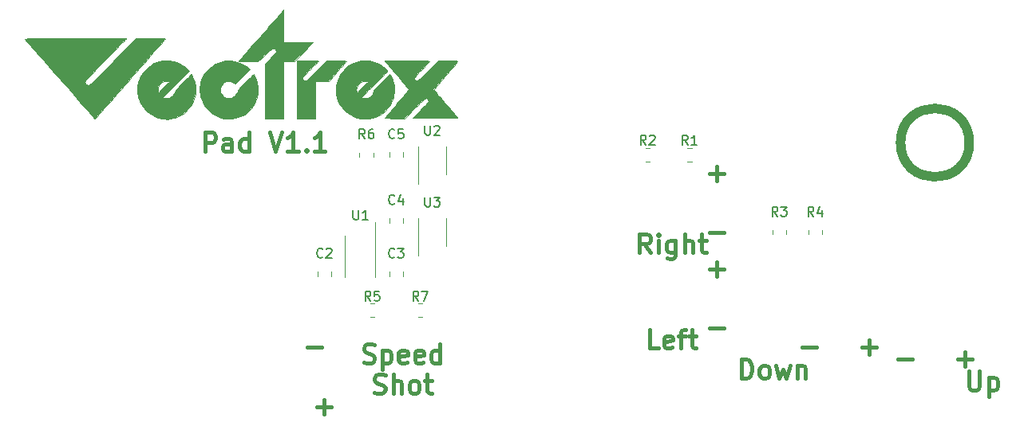
<source format=gbr>
%TF.GenerationSoftware,KiCad,Pcbnew,(6.0.0)*%
%TF.CreationDate,2022-04-21T22:49:33+02:00*%
%TF.ProjectId,Vectrex Pad miniNeoGeo,56656374-7265-4782-9050-6164206d696e,1.1*%
%TF.SameCoordinates,Original*%
%TF.FileFunction,Legend,Top*%
%TF.FilePolarity,Positive*%
%FSLAX46Y46*%
G04 Gerber Fmt 4.6, Leading zero omitted, Abs format (unit mm)*
G04 Created by KiCad (PCBNEW (6.0.0)) date 2022-04-21 22:49:33*
%MOMM*%
%LPD*%
G01*
G04 APERTURE LIST*
%ADD10C,0.400000*%
%ADD11C,0.150000*%
%ADD12C,0.120000*%
%ADD13C,0.010000*%
%ADD14C,1.000000*%
G04 APERTURE END LIST*
D10*
X161179047Y-98059761D02*
X160226666Y-98059761D01*
X160226666Y-96059761D01*
X162607619Y-97964523D02*
X162417142Y-98059761D01*
X162036190Y-98059761D01*
X161845714Y-97964523D01*
X161750476Y-97774047D01*
X161750476Y-97012142D01*
X161845714Y-96821666D01*
X162036190Y-96726428D01*
X162417142Y-96726428D01*
X162607619Y-96821666D01*
X162702857Y-97012142D01*
X162702857Y-97202619D01*
X161750476Y-97393095D01*
X163274285Y-96726428D02*
X164036190Y-96726428D01*
X163560000Y-98059761D02*
X163560000Y-96345476D01*
X163655238Y-96155000D01*
X163845714Y-96059761D01*
X164036190Y-96059761D01*
X164417142Y-96726428D02*
X165179047Y-96726428D01*
X164702857Y-96059761D02*
X164702857Y-97774047D01*
X164798095Y-97964523D01*
X164988571Y-98059761D01*
X165179047Y-98059761D01*
X166624095Y-95900857D02*
X168147904Y-95900857D01*
X160321904Y-87899761D02*
X159655238Y-86947380D01*
X159179047Y-87899761D02*
X159179047Y-85899761D01*
X159940952Y-85899761D01*
X160131428Y-85995000D01*
X160226666Y-86090238D01*
X160321904Y-86280714D01*
X160321904Y-86566428D01*
X160226666Y-86756904D01*
X160131428Y-86852142D01*
X159940952Y-86947380D01*
X159179047Y-86947380D01*
X161179047Y-87899761D02*
X161179047Y-86566428D01*
X161179047Y-85899761D02*
X161083809Y-85995000D01*
X161179047Y-86090238D01*
X161274285Y-85995000D01*
X161179047Y-85899761D01*
X161179047Y-86090238D01*
X162988571Y-86566428D02*
X162988571Y-88185476D01*
X162893333Y-88375952D01*
X162798095Y-88471190D01*
X162607619Y-88566428D01*
X162321904Y-88566428D01*
X162131428Y-88471190D01*
X162988571Y-87804523D02*
X162798095Y-87899761D01*
X162417142Y-87899761D01*
X162226666Y-87804523D01*
X162131428Y-87709285D01*
X162036190Y-87518809D01*
X162036190Y-86947380D01*
X162131428Y-86756904D01*
X162226666Y-86661666D01*
X162417142Y-86566428D01*
X162798095Y-86566428D01*
X162988571Y-86661666D01*
X163940952Y-87899761D02*
X163940952Y-85899761D01*
X164798095Y-87899761D02*
X164798095Y-86852142D01*
X164702857Y-86661666D01*
X164512380Y-86566428D01*
X164226666Y-86566428D01*
X164036190Y-86661666D01*
X163940952Y-86756904D01*
X165464761Y-86566428D02*
X166226666Y-86566428D01*
X165750476Y-85899761D02*
X165750476Y-87614047D01*
X165845714Y-87804523D01*
X166036190Y-87899761D01*
X166226666Y-87899761D01*
X194103809Y-100504761D02*
X194103809Y-102123809D01*
X194199047Y-102314285D01*
X194294285Y-102409523D01*
X194484761Y-102504761D01*
X194865714Y-102504761D01*
X195056190Y-102409523D01*
X195151428Y-102314285D01*
X195246666Y-102123809D01*
X195246666Y-100504761D01*
X196199047Y-101171428D02*
X196199047Y-103171428D01*
X196199047Y-101266666D02*
X196389523Y-101171428D01*
X196770476Y-101171428D01*
X196960952Y-101266666D01*
X197056190Y-101361904D01*
X197151428Y-101552380D01*
X197151428Y-102123809D01*
X197056190Y-102314285D01*
X196960952Y-102409523D01*
X196770476Y-102504761D01*
X196389523Y-102504761D01*
X196199047Y-102409523D01*
X192913095Y-99202857D02*
X194436904Y-99202857D01*
X193675000Y-99964761D02*
X193675000Y-98440952D01*
X113046666Y-77104761D02*
X113046666Y-75104761D01*
X113808571Y-75104761D01*
X113999047Y-75200000D01*
X114094285Y-75295238D01*
X114189523Y-75485714D01*
X114189523Y-75771428D01*
X114094285Y-75961904D01*
X113999047Y-76057142D01*
X113808571Y-76152380D01*
X113046666Y-76152380D01*
X115903809Y-77104761D02*
X115903809Y-76057142D01*
X115808571Y-75866666D01*
X115618095Y-75771428D01*
X115237142Y-75771428D01*
X115046666Y-75866666D01*
X115903809Y-77009523D02*
X115713333Y-77104761D01*
X115237142Y-77104761D01*
X115046666Y-77009523D01*
X114951428Y-76819047D01*
X114951428Y-76628571D01*
X115046666Y-76438095D01*
X115237142Y-76342857D01*
X115713333Y-76342857D01*
X115903809Y-76247619D01*
X117713333Y-77104761D02*
X117713333Y-75104761D01*
X117713333Y-77009523D02*
X117522857Y-77104761D01*
X117141904Y-77104761D01*
X116951428Y-77009523D01*
X116856190Y-76914285D01*
X116760952Y-76723809D01*
X116760952Y-76152380D01*
X116856190Y-75961904D01*
X116951428Y-75866666D01*
X117141904Y-75771428D01*
X117522857Y-75771428D01*
X117713333Y-75866666D01*
X119903809Y-75104761D02*
X120570476Y-77104761D01*
X121237142Y-75104761D01*
X122951428Y-77104761D02*
X121808571Y-77104761D01*
X122380000Y-77104761D02*
X122380000Y-75104761D01*
X122189523Y-75390476D01*
X121999047Y-75580952D01*
X121808571Y-75676190D01*
X123808571Y-76914285D02*
X123903809Y-77009523D01*
X123808571Y-77104761D01*
X123713333Y-77009523D01*
X123808571Y-76914285D01*
X123808571Y-77104761D01*
X125808571Y-77104761D02*
X124665714Y-77104761D01*
X125237142Y-77104761D02*
X125237142Y-75104761D01*
X125046666Y-75390476D01*
X124856190Y-75580952D01*
X124665714Y-75676190D01*
X129889761Y-99529523D02*
X130175476Y-99624761D01*
X130651666Y-99624761D01*
X130842142Y-99529523D01*
X130937380Y-99434285D01*
X131032619Y-99243809D01*
X131032619Y-99053333D01*
X130937380Y-98862857D01*
X130842142Y-98767619D01*
X130651666Y-98672380D01*
X130270714Y-98577142D01*
X130080238Y-98481904D01*
X129985000Y-98386666D01*
X129889761Y-98196190D01*
X129889761Y-98005714D01*
X129985000Y-97815238D01*
X130080238Y-97720000D01*
X130270714Y-97624761D01*
X130746904Y-97624761D01*
X131032619Y-97720000D01*
X131889761Y-98291428D02*
X131889761Y-100291428D01*
X131889761Y-98386666D02*
X132080238Y-98291428D01*
X132461190Y-98291428D01*
X132651666Y-98386666D01*
X132746904Y-98481904D01*
X132842142Y-98672380D01*
X132842142Y-99243809D01*
X132746904Y-99434285D01*
X132651666Y-99529523D01*
X132461190Y-99624761D01*
X132080238Y-99624761D01*
X131889761Y-99529523D01*
X134461190Y-99529523D02*
X134270714Y-99624761D01*
X133889761Y-99624761D01*
X133699285Y-99529523D01*
X133604047Y-99339047D01*
X133604047Y-98577142D01*
X133699285Y-98386666D01*
X133889761Y-98291428D01*
X134270714Y-98291428D01*
X134461190Y-98386666D01*
X134556428Y-98577142D01*
X134556428Y-98767619D01*
X133604047Y-98958095D01*
X136175476Y-99529523D02*
X135985000Y-99624761D01*
X135604047Y-99624761D01*
X135413571Y-99529523D01*
X135318333Y-99339047D01*
X135318333Y-98577142D01*
X135413571Y-98386666D01*
X135604047Y-98291428D01*
X135985000Y-98291428D01*
X136175476Y-98386666D01*
X136270714Y-98577142D01*
X136270714Y-98767619D01*
X135318333Y-98958095D01*
X137985000Y-99624761D02*
X137985000Y-97624761D01*
X137985000Y-99529523D02*
X137794523Y-99624761D01*
X137413571Y-99624761D01*
X137223095Y-99529523D01*
X137127857Y-99434285D01*
X137032619Y-99243809D01*
X137032619Y-98672380D01*
X137127857Y-98481904D01*
X137223095Y-98386666D01*
X137413571Y-98291428D01*
X137794523Y-98291428D01*
X137985000Y-98386666D01*
X131032619Y-102749523D02*
X131318333Y-102844761D01*
X131794523Y-102844761D01*
X131985000Y-102749523D01*
X132080238Y-102654285D01*
X132175476Y-102463809D01*
X132175476Y-102273333D01*
X132080238Y-102082857D01*
X131985000Y-101987619D01*
X131794523Y-101892380D01*
X131413571Y-101797142D01*
X131223095Y-101701904D01*
X131127857Y-101606666D01*
X131032619Y-101416190D01*
X131032619Y-101225714D01*
X131127857Y-101035238D01*
X131223095Y-100940000D01*
X131413571Y-100844761D01*
X131889761Y-100844761D01*
X132175476Y-100940000D01*
X133032619Y-102844761D02*
X133032619Y-100844761D01*
X133889761Y-102844761D02*
X133889761Y-101797142D01*
X133794523Y-101606666D01*
X133604047Y-101511428D01*
X133318333Y-101511428D01*
X133127857Y-101606666D01*
X133032619Y-101701904D01*
X135127857Y-102844761D02*
X134937380Y-102749523D01*
X134842142Y-102654285D01*
X134746904Y-102463809D01*
X134746904Y-101892380D01*
X134842142Y-101701904D01*
X134937380Y-101606666D01*
X135127857Y-101511428D01*
X135413571Y-101511428D01*
X135604047Y-101606666D01*
X135699285Y-101701904D01*
X135794523Y-101892380D01*
X135794523Y-102463809D01*
X135699285Y-102654285D01*
X135604047Y-102749523D01*
X135413571Y-102844761D01*
X135127857Y-102844761D01*
X136365952Y-101511428D02*
X137127857Y-101511428D01*
X136651666Y-100844761D02*
X136651666Y-102559047D01*
X136746904Y-102749523D01*
X136937380Y-102844761D01*
X137127857Y-102844761D01*
X166624095Y-89677857D02*
X168147904Y-89677857D01*
X167386000Y-90439761D02*
X167386000Y-88915952D01*
X176403095Y-97932857D02*
X177926904Y-97932857D01*
X182753095Y-97932857D02*
X184276904Y-97932857D01*
X183515000Y-98694761D02*
X183515000Y-97170952D01*
X166624095Y-85740857D02*
X168147904Y-85740857D01*
X186563095Y-99202857D02*
X188086904Y-99202857D01*
X123952095Y-97932857D02*
X125475904Y-97932857D01*
X124968095Y-104282857D02*
X126491904Y-104282857D01*
X125730000Y-105044761D02*
X125730000Y-103520952D01*
X166624095Y-79517857D02*
X168147904Y-79517857D01*
X167386000Y-80279761D02*
X167386000Y-78755952D01*
X169974047Y-101234761D02*
X169974047Y-99234761D01*
X170450238Y-99234761D01*
X170735952Y-99330000D01*
X170926428Y-99520476D01*
X171021666Y-99710952D01*
X171116904Y-100091904D01*
X171116904Y-100377619D01*
X171021666Y-100758571D01*
X170926428Y-100949047D01*
X170735952Y-101139523D01*
X170450238Y-101234761D01*
X169974047Y-101234761D01*
X172259761Y-101234761D02*
X172069285Y-101139523D01*
X171974047Y-101044285D01*
X171878809Y-100853809D01*
X171878809Y-100282380D01*
X171974047Y-100091904D01*
X172069285Y-99996666D01*
X172259761Y-99901428D01*
X172545476Y-99901428D01*
X172735952Y-99996666D01*
X172831190Y-100091904D01*
X172926428Y-100282380D01*
X172926428Y-100853809D01*
X172831190Y-101044285D01*
X172735952Y-101139523D01*
X172545476Y-101234761D01*
X172259761Y-101234761D01*
X173593095Y-99901428D02*
X173974047Y-101234761D01*
X174355000Y-100282380D01*
X174735952Y-101234761D01*
X175116904Y-99901428D01*
X175878809Y-99901428D02*
X175878809Y-101234761D01*
X175878809Y-100091904D02*
X175974047Y-99996666D01*
X176164523Y-99901428D01*
X176450238Y-99901428D01*
X176640714Y-99996666D01*
X176735952Y-100187142D01*
X176735952Y-101234761D01*
D11*
%TO.C,R6*%
X130033733Y-75763380D02*
X129700400Y-75287190D01*
X129462304Y-75763380D02*
X129462304Y-74763380D01*
X129843257Y-74763380D01*
X129938495Y-74811000D01*
X129986114Y-74858619D01*
X130033733Y-74953857D01*
X130033733Y-75096714D01*
X129986114Y-75191952D01*
X129938495Y-75239571D01*
X129843257Y-75287190D01*
X129462304Y-75287190D01*
X130890876Y-74763380D02*
X130700400Y-74763380D01*
X130605161Y-74811000D01*
X130557542Y-74858619D01*
X130462304Y-75001476D01*
X130414685Y-75191952D01*
X130414685Y-75572904D01*
X130462304Y-75668142D01*
X130509923Y-75715761D01*
X130605161Y-75763380D01*
X130795638Y-75763380D01*
X130890876Y-75715761D01*
X130938495Y-75668142D01*
X130986114Y-75572904D01*
X130986114Y-75334809D01*
X130938495Y-75239571D01*
X130890876Y-75191952D01*
X130795638Y-75144333D01*
X130605161Y-75144333D01*
X130509923Y-75191952D01*
X130462304Y-75239571D01*
X130414685Y-75334809D01*
%TO.C,C3*%
X133183333Y-88342742D02*
X133135714Y-88390361D01*
X132992857Y-88437980D01*
X132897619Y-88437980D01*
X132754761Y-88390361D01*
X132659523Y-88295123D01*
X132611904Y-88199885D01*
X132564285Y-88009409D01*
X132564285Y-87866552D01*
X132611904Y-87676076D01*
X132659523Y-87580838D01*
X132754761Y-87485600D01*
X132897619Y-87437980D01*
X132992857Y-87437980D01*
X133135714Y-87485600D01*
X133183333Y-87533219D01*
X133516666Y-87437980D02*
X134135714Y-87437980D01*
X133802380Y-87818933D01*
X133945238Y-87818933D01*
X134040476Y-87866552D01*
X134088095Y-87914171D01*
X134135714Y-88009409D01*
X134135714Y-88247504D01*
X134088095Y-88342742D01*
X134040476Y-88390361D01*
X133945238Y-88437980D01*
X133659523Y-88437980D01*
X133564285Y-88390361D01*
X133516666Y-88342742D01*
%TO.C,U2*%
X136398095Y-74382380D02*
X136398095Y-75191904D01*
X136445714Y-75287142D01*
X136493333Y-75334761D01*
X136588571Y-75382380D01*
X136779047Y-75382380D01*
X136874285Y-75334761D01*
X136921904Y-75287142D01*
X136969523Y-75191904D01*
X136969523Y-74382380D01*
X137398095Y-74477619D02*
X137445714Y-74430000D01*
X137540952Y-74382380D01*
X137779047Y-74382380D01*
X137874285Y-74430000D01*
X137921904Y-74477619D01*
X137969523Y-74572857D01*
X137969523Y-74668095D01*
X137921904Y-74810952D01*
X137350476Y-75382380D01*
X137969523Y-75382380D01*
%TO.C,R2*%
X159853333Y-76398380D02*
X159520000Y-75922190D01*
X159281904Y-76398380D02*
X159281904Y-75398380D01*
X159662857Y-75398380D01*
X159758095Y-75446000D01*
X159805714Y-75493619D01*
X159853333Y-75588857D01*
X159853333Y-75731714D01*
X159805714Y-75826952D01*
X159758095Y-75874571D01*
X159662857Y-75922190D01*
X159281904Y-75922190D01*
X160234285Y-75493619D02*
X160281904Y-75446000D01*
X160377142Y-75398380D01*
X160615238Y-75398380D01*
X160710476Y-75446000D01*
X160758095Y-75493619D01*
X160805714Y-75588857D01*
X160805714Y-75684095D01*
X160758095Y-75826952D01*
X160186666Y-76398380D01*
X160805714Y-76398380D01*
%TO.C,R4*%
X177633333Y-84018380D02*
X177300000Y-83542190D01*
X177061904Y-84018380D02*
X177061904Y-83018380D01*
X177442857Y-83018380D01*
X177538095Y-83066000D01*
X177585714Y-83113619D01*
X177633333Y-83208857D01*
X177633333Y-83351714D01*
X177585714Y-83446952D01*
X177538095Y-83494571D01*
X177442857Y-83542190D01*
X177061904Y-83542190D01*
X178490476Y-83351714D02*
X178490476Y-84018380D01*
X178252380Y-82970761D02*
X178014285Y-83685047D01*
X178633333Y-83685047D01*
%TO.C,C2*%
X125563333Y-88342742D02*
X125515714Y-88390361D01*
X125372857Y-88437980D01*
X125277619Y-88437980D01*
X125134761Y-88390361D01*
X125039523Y-88295123D01*
X124991904Y-88199885D01*
X124944285Y-88009409D01*
X124944285Y-87866552D01*
X124991904Y-87676076D01*
X125039523Y-87580838D01*
X125134761Y-87485600D01*
X125277619Y-87437980D01*
X125372857Y-87437980D01*
X125515714Y-87485600D01*
X125563333Y-87533219D01*
X125944285Y-87533219D02*
X125991904Y-87485600D01*
X126087142Y-87437980D01*
X126325238Y-87437980D01*
X126420476Y-87485600D01*
X126468095Y-87533219D01*
X126515714Y-87628457D01*
X126515714Y-87723695D01*
X126468095Y-87866552D01*
X125896666Y-88437980D01*
X126515714Y-88437980D01*
%TO.C,R3*%
X173823333Y-84018380D02*
X173490000Y-83542190D01*
X173251904Y-84018380D02*
X173251904Y-83018380D01*
X173632857Y-83018380D01*
X173728095Y-83066000D01*
X173775714Y-83113619D01*
X173823333Y-83208857D01*
X173823333Y-83351714D01*
X173775714Y-83446952D01*
X173728095Y-83494571D01*
X173632857Y-83542190D01*
X173251904Y-83542190D01*
X174156666Y-83018380D02*
X174775714Y-83018380D01*
X174442380Y-83399333D01*
X174585238Y-83399333D01*
X174680476Y-83446952D01*
X174728095Y-83494571D01*
X174775714Y-83589809D01*
X174775714Y-83827904D01*
X174728095Y-83923142D01*
X174680476Y-83970761D01*
X174585238Y-84018380D01*
X174299523Y-84018380D01*
X174204285Y-83970761D01*
X174156666Y-83923142D01*
%TO.C,R7*%
X135723333Y-93009980D02*
X135390000Y-92533790D01*
X135151904Y-93009980D02*
X135151904Y-92009980D01*
X135532857Y-92009980D01*
X135628095Y-92057600D01*
X135675714Y-92105219D01*
X135723333Y-92200457D01*
X135723333Y-92343314D01*
X135675714Y-92438552D01*
X135628095Y-92486171D01*
X135532857Y-92533790D01*
X135151904Y-92533790D01*
X136056666Y-92009980D02*
X136723333Y-92009980D01*
X136294761Y-93009980D01*
%TO.C,R5*%
X130643333Y-93009980D02*
X130310000Y-92533790D01*
X130071904Y-93009980D02*
X130071904Y-92009980D01*
X130452857Y-92009980D01*
X130548095Y-92057600D01*
X130595714Y-92105219D01*
X130643333Y-92200457D01*
X130643333Y-92343314D01*
X130595714Y-92438552D01*
X130548095Y-92486171D01*
X130452857Y-92533790D01*
X130071904Y-92533790D01*
X131548095Y-92009980D02*
X131071904Y-92009980D01*
X131024285Y-92486171D01*
X131071904Y-92438552D01*
X131167142Y-92390933D01*
X131405238Y-92390933D01*
X131500476Y-92438552D01*
X131548095Y-92486171D01*
X131595714Y-92581409D01*
X131595714Y-92819504D01*
X131548095Y-92914742D01*
X131500476Y-92962361D01*
X131405238Y-93009980D01*
X131167142Y-93009980D01*
X131071904Y-92962361D01*
X131024285Y-92914742D01*
%TO.C,R1*%
X164298333Y-76398380D02*
X163965000Y-75922190D01*
X163726904Y-76398380D02*
X163726904Y-75398380D01*
X164107857Y-75398380D01*
X164203095Y-75446000D01*
X164250714Y-75493619D01*
X164298333Y-75588857D01*
X164298333Y-75731714D01*
X164250714Y-75826952D01*
X164203095Y-75874571D01*
X164107857Y-75922190D01*
X163726904Y-75922190D01*
X165250714Y-76398380D02*
X164679285Y-76398380D01*
X164965000Y-76398380D02*
X164965000Y-75398380D01*
X164869761Y-75541238D01*
X164774523Y-75636476D01*
X164679285Y-75684095D01*
%TO.C,U3*%
X136398095Y-82002380D02*
X136398095Y-82811904D01*
X136445714Y-82907142D01*
X136493333Y-82954761D01*
X136588571Y-83002380D01*
X136779047Y-83002380D01*
X136874285Y-82954761D01*
X136921904Y-82907142D01*
X136969523Y-82811904D01*
X136969523Y-82002380D01*
X137350476Y-82002380D02*
X137969523Y-82002380D01*
X137636190Y-82383333D01*
X137779047Y-82383333D01*
X137874285Y-82430952D01*
X137921904Y-82478571D01*
X137969523Y-82573809D01*
X137969523Y-82811904D01*
X137921904Y-82907142D01*
X137874285Y-82954761D01*
X137779047Y-83002380D01*
X137493333Y-83002380D01*
X137398095Y-82954761D01*
X137350476Y-82907142D01*
%TO.C,U1*%
X128778095Y-83373980D02*
X128778095Y-84183504D01*
X128825714Y-84278742D01*
X128873333Y-84326361D01*
X128968571Y-84373980D01*
X129159047Y-84373980D01*
X129254285Y-84326361D01*
X129301904Y-84278742D01*
X129349523Y-84183504D01*
X129349523Y-83373980D01*
X130349523Y-84373980D02*
X129778095Y-84373980D01*
X130063809Y-84373980D02*
X130063809Y-83373980D01*
X129968571Y-83516838D01*
X129873333Y-83612076D01*
X129778095Y-83659695D01*
%TO.C,C4*%
X133183333Y-82653142D02*
X133135714Y-82700761D01*
X132992857Y-82748380D01*
X132897619Y-82748380D01*
X132754761Y-82700761D01*
X132659523Y-82605523D01*
X132611904Y-82510285D01*
X132564285Y-82319809D01*
X132564285Y-82176952D01*
X132611904Y-81986476D01*
X132659523Y-81891238D01*
X132754761Y-81796000D01*
X132897619Y-81748380D01*
X132992857Y-81748380D01*
X133135714Y-81796000D01*
X133183333Y-81843619D01*
X134040476Y-82081714D02*
X134040476Y-82748380D01*
X133802380Y-81700761D02*
X133564285Y-82415047D01*
X134183333Y-82415047D01*
%TO.C,C5*%
X133183333Y-75668142D02*
X133135714Y-75715761D01*
X132992857Y-75763380D01*
X132897619Y-75763380D01*
X132754761Y-75715761D01*
X132659523Y-75620523D01*
X132611904Y-75525285D01*
X132564285Y-75334809D01*
X132564285Y-75191952D01*
X132611904Y-75001476D01*
X132659523Y-74906238D01*
X132754761Y-74811000D01*
X132897619Y-74763380D01*
X132992857Y-74763380D01*
X133135714Y-74811000D01*
X133183333Y-74858619D01*
X134088095Y-74763380D02*
X133611904Y-74763380D01*
X133564285Y-75239571D01*
X133611904Y-75191952D01*
X133707142Y-75144333D01*
X133945238Y-75144333D01*
X134040476Y-75191952D01*
X134088095Y-75239571D01*
X134135714Y-75334809D01*
X134135714Y-75572904D01*
X134088095Y-75668142D01*
X134040476Y-75715761D01*
X133945238Y-75763380D01*
X133707142Y-75763380D01*
X133611904Y-75715761D01*
X133564285Y-75668142D01*
D12*
%TO.C,R6*%
X129440000Y-77242936D02*
X129440000Y-77697064D01*
X130910000Y-77242936D02*
X130910000Y-77697064D01*
%TO.C,C3*%
X134085000Y-89908748D02*
X134085000Y-90431252D01*
X132615000Y-89908748D02*
X132615000Y-90431252D01*
%TO.C,U2*%
X135660000Y-76605000D02*
X135660000Y-80605000D01*
X138660000Y-76605000D02*
X138660000Y-79605000D01*
D13*
%TO.C,G\u002A\u002A\u002A*%
X130556269Y-67499587D02*
X131041218Y-67620785D01*
X131041218Y-67620785D02*
X131506670Y-67823090D01*
X131506670Y-67823090D02*
X131942789Y-68106967D01*
X131942789Y-68106967D02*
X132109904Y-68246211D01*
X132109904Y-68246211D02*
X132243149Y-68371224D01*
X132243149Y-68371224D02*
X132344156Y-68477552D01*
X132344156Y-68477552D02*
X132396400Y-68547369D01*
X132396400Y-68547369D02*
X132400124Y-68559324D01*
X132400124Y-68559324D02*
X132368299Y-68602706D01*
X132368299Y-68602706D02*
X132277369Y-68704414D01*
X132277369Y-68704414D02*
X132134150Y-68857358D01*
X132134150Y-68857358D02*
X131945458Y-69054447D01*
X131945458Y-69054447D02*
X131718109Y-69288592D01*
X131718109Y-69288592D02*
X131458921Y-69552704D01*
X131458921Y-69552704D02*
X131174708Y-69839691D01*
X131174708Y-69839691D02*
X131018680Y-69996223D01*
X131018680Y-69996223D02*
X130670318Y-70345937D01*
X130670318Y-70345937D02*
X130383809Y-70636006D01*
X130383809Y-70636006D02*
X130154444Y-70871551D01*
X130154444Y-70871551D02*
X129977517Y-71057696D01*
X129977517Y-71057696D02*
X129848321Y-71199561D01*
X129848321Y-71199561D02*
X129762148Y-71302270D01*
X129762148Y-71302270D02*
X129714292Y-71370945D01*
X129714292Y-71370945D02*
X129700045Y-71410706D01*
X129700045Y-71410706D02*
X129706888Y-71423677D01*
X129706888Y-71423677D02*
X129788922Y-71447806D01*
X129788922Y-71447806D02*
X129929481Y-71464290D01*
X129929481Y-71464290D02*
X130057669Y-71468992D01*
X130057669Y-71468992D02*
X130246231Y-71459583D01*
X130246231Y-71459583D02*
X130391084Y-71421578D01*
X130391084Y-71421578D02*
X130540063Y-71342026D01*
X130540063Y-71342026D02*
X130550155Y-71335664D01*
X130550155Y-71335664D02*
X130719944Y-71190673D01*
X130719944Y-71190673D02*
X130856919Y-71004073D01*
X130856919Y-71004073D02*
X130942057Y-70806240D01*
X130942057Y-70806240D02*
X130960636Y-70680182D01*
X130960636Y-70680182D02*
X130981143Y-70622321D01*
X130981143Y-70622321D02*
X131045963Y-70528343D01*
X131045963Y-70528343D02*
X131160046Y-70392608D01*
X131160046Y-70392608D02*
X131328340Y-70209479D01*
X131328340Y-70209479D02*
X131555793Y-69973316D01*
X131555793Y-69973316D02*
X131783589Y-69742500D01*
X131783589Y-69742500D02*
X132010244Y-69517001D01*
X132010244Y-69517001D02*
X132216787Y-69316131D01*
X132216787Y-69316131D02*
X132393907Y-69148571D01*
X132393907Y-69148571D02*
X132532296Y-69023004D01*
X132532296Y-69023004D02*
X132622641Y-68948111D01*
X132622641Y-68948111D02*
X132654248Y-68930568D01*
X132654248Y-68930568D02*
X132717395Y-68989105D01*
X132717395Y-68989105D02*
X132797696Y-69119149D01*
X132797696Y-69119149D02*
X132886179Y-69303089D01*
X132886179Y-69303089D02*
X132973870Y-69523313D01*
X132973870Y-69523313D02*
X133011257Y-69631303D01*
X133011257Y-69631303D02*
X133057505Y-69784667D01*
X133057505Y-69784667D02*
X133088441Y-69928968D01*
X133088441Y-69928968D02*
X133106802Y-70089036D01*
X133106802Y-70089036D02*
X133115325Y-70289703D01*
X133115325Y-70289703D02*
X133116743Y-70555798D01*
X133116743Y-70555798D02*
X133116597Y-70587436D01*
X133116597Y-70587436D02*
X133113184Y-70856732D01*
X133113184Y-70856732D02*
X133104066Y-71058033D01*
X133104066Y-71058033D02*
X133086050Y-71216183D01*
X133086050Y-71216183D02*
X133055940Y-71356023D01*
X133055940Y-71356023D02*
X133010541Y-71502396D01*
X133010541Y-71502396D02*
X132992178Y-71554908D01*
X132992178Y-71554908D02*
X132836743Y-71928832D01*
X132836743Y-71928832D02*
X132646937Y-72256891D01*
X132646937Y-72256891D02*
X132403112Y-72569797D01*
X132403112Y-72569797D02*
X132212812Y-72773082D01*
X132212812Y-72773082D02*
X131817684Y-73108209D01*
X131817684Y-73108209D02*
X131373457Y-73369387D01*
X131373457Y-73369387D02*
X130892300Y-73552455D01*
X130892300Y-73552455D02*
X130386384Y-73653257D01*
X130386384Y-73653257D02*
X129867878Y-73667634D01*
X129867878Y-73667634D02*
X129653658Y-73647475D01*
X129653658Y-73647475D02*
X129150387Y-73536315D01*
X129150387Y-73536315D02*
X128676502Y-73342718D01*
X128676502Y-73342718D02*
X128241189Y-73074893D01*
X128241189Y-73074893D02*
X127853631Y-72741049D01*
X127853631Y-72741049D02*
X127523015Y-72349395D01*
X127523015Y-72349395D02*
X127258523Y-71908140D01*
X127258523Y-71908140D02*
X127069342Y-71425494D01*
X127069342Y-71425494D02*
X127037331Y-71309033D01*
X127037331Y-71309033D02*
X126995335Y-71064593D01*
X126995335Y-71064593D02*
X126973135Y-70764031D01*
X126973135Y-70764031D02*
X126972069Y-70621209D01*
X126972069Y-70621209D02*
X129118568Y-70621209D01*
X129118568Y-70621209D02*
X129130698Y-70754293D01*
X129130698Y-70754293D02*
X129158068Y-70844128D01*
X129158068Y-70844128D02*
X129185927Y-70866047D01*
X129185927Y-70866047D02*
X129227685Y-70834820D01*
X129227685Y-70834820D02*
X129323502Y-70748239D01*
X129323502Y-70748239D02*
X129462103Y-70616953D01*
X129462103Y-70616953D02*
X129632213Y-70451610D01*
X129632213Y-70451610D02*
X129787479Y-70297913D01*
X129787479Y-70297913D02*
X129973324Y-70110560D01*
X129973324Y-70110560D02*
X130133773Y-69945080D01*
X130133773Y-69945080D02*
X130258139Y-69812799D01*
X130258139Y-69812799D02*
X130335739Y-69725041D01*
X130335739Y-69725041D02*
X130356979Y-69694257D01*
X130356979Y-69694257D02*
X130314776Y-69675575D01*
X130314776Y-69675575D02*
X130205021Y-69662707D01*
X130205021Y-69662707D02*
X130076519Y-69658734D01*
X130076519Y-69658734D02*
X129769253Y-69697654D01*
X129769253Y-69697654D02*
X129514003Y-69812554D01*
X129514003Y-69812554D02*
X129314577Y-70000642D01*
X129314577Y-70000642D02*
X129174783Y-70259128D01*
X129174783Y-70259128D02*
X129148185Y-70339172D01*
X129148185Y-70339172D02*
X129123718Y-70473345D01*
X129123718Y-70473345D02*
X129118568Y-70621209D01*
X129118568Y-70621209D02*
X126972069Y-70621209D01*
X126972069Y-70621209D02*
X126970731Y-70441960D01*
X126970731Y-70441960D02*
X126988124Y-70132992D01*
X126988124Y-70132992D02*
X127025313Y-69871741D01*
X127025313Y-69871741D02*
X127037331Y-69819404D01*
X127037331Y-69819404D02*
X127178355Y-69407261D01*
X127178355Y-69407261D02*
X127385234Y-68996838D01*
X127385234Y-68996838D02*
X127638628Y-68623428D01*
X127638628Y-68623428D02*
X127787861Y-68449742D01*
X127787861Y-68449742D02*
X128183269Y-68094015D01*
X128183269Y-68094015D02*
X128618188Y-67816618D01*
X128618188Y-67816618D02*
X129082781Y-67618014D01*
X129082781Y-67618014D02*
X129567216Y-67498665D01*
X129567216Y-67498665D02*
X130061657Y-67459035D01*
X130061657Y-67459035D02*
X130556269Y-67499587D01*
X130556269Y-67499587D02*
X130556269Y-67499587D01*
G36*
X126988124Y-70132992D02*
G01*
X127025313Y-69871741D01*
X127037331Y-69819404D01*
X127178355Y-69407261D01*
X127385234Y-68996838D01*
X127638628Y-68623428D01*
X127787861Y-68449742D01*
X128183269Y-68094015D01*
X128618188Y-67816618D01*
X129082781Y-67618014D01*
X129567216Y-67498665D01*
X130061657Y-67459035D01*
X130556269Y-67499587D01*
X131041218Y-67620785D01*
X131506670Y-67823090D01*
X131942789Y-68106967D01*
X132109904Y-68246211D01*
X132243149Y-68371224D01*
X132344156Y-68477552D01*
X132396400Y-68547369D01*
X132400124Y-68559324D01*
X132368299Y-68602706D01*
X132277369Y-68704414D01*
X132134150Y-68857358D01*
X131945458Y-69054447D01*
X131718109Y-69288592D01*
X131458921Y-69552704D01*
X131174708Y-69839691D01*
X131018680Y-69996223D01*
X130670318Y-70345937D01*
X130383809Y-70636006D01*
X130154444Y-70871551D01*
X129977517Y-71057696D01*
X129848321Y-71199561D01*
X129762148Y-71302270D01*
X129714292Y-71370945D01*
X129700045Y-71410706D01*
X129706888Y-71423677D01*
X129788922Y-71447806D01*
X129929481Y-71464290D01*
X130057669Y-71468992D01*
X130246231Y-71459583D01*
X130391084Y-71421578D01*
X130540063Y-71342026D01*
X130550155Y-71335664D01*
X130719944Y-71190673D01*
X130856919Y-71004073D01*
X130942057Y-70806240D01*
X130960636Y-70680182D01*
X130981143Y-70622321D01*
X131045963Y-70528343D01*
X131160046Y-70392608D01*
X131328340Y-70209479D01*
X131555793Y-69973316D01*
X131783589Y-69742500D01*
X132010244Y-69517001D01*
X132216787Y-69316131D01*
X132393907Y-69148571D01*
X132532296Y-69023004D01*
X132622641Y-68948111D01*
X132654248Y-68930568D01*
X132717395Y-68989105D01*
X132797696Y-69119149D01*
X132886179Y-69303089D01*
X132973870Y-69523313D01*
X133011257Y-69631303D01*
X133057505Y-69784667D01*
X133088441Y-69928968D01*
X133106802Y-70089036D01*
X133115325Y-70289703D01*
X133116743Y-70555798D01*
X133116597Y-70587436D01*
X133113184Y-70856732D01*
X133104066Y-71058033D01*
X133086050Y-71216183D01*
X133055940Y-71356023D01*
X133010541Y-71502396D01*
X132992178Y-71554908D01*
X132836743Y-71928832D01*
X132646937Y-72256891D01*
X132403112Y-72569797D01*
X132212812Y-72773082D01*
X131817684Y-73108209D01*
X131373457Y-73369387D01*
X130892300Y-73552455D01*
X130386384Y-73653257D01*
X129867878Y-73667634D01*
X129653658Y-73647475D01*
X129150387Y-73536315D01*
X128676502Y-73342718D01*
X128241189Y-73074893D01*
X127853631Y-72741049D01*
X127523015Y-72349395D01*
X127258523Y-71908140D01*
X127069342Y-71425494D01*
X127037331Y-71309033D01*
X126995335Y-71064593D01*
X126973135Y-70764031D01*
X126972069Y-70621209D01*
X129118568Y-70621209D01*
X129130698Y-70754293D01*
X129158068Y-70844128D01*
X129185927Y-70866047D01*
X129227685Y-70834820D01*
X129323502Y-70748239D01*
X129462103Y-70616953D01*
X129632213Y-70451610D01*
X129787479Y-70297913D01*
X129973324Y-70110560D01*
X130133773Y-69945080D01*
X130258139Y-69812799D01*
X130335739Y-69725041D01*
X130356979Y-69694257D01*
X130314776Y-69675575D01*
X130205021Y-69662707D01*
X130076519Y-69658734D01*
X129769253Y-69697654D01*
X129514003Y-69812554D01*
X129314577Y-70000642D01*
X129174783Y-70259128D01*
X129148185Y-70339172D01*
X129123718Y-70473345D01*
X129118568Y-70621209D01*
X126972069Y-70621209D01*
X126970731Y-70441960D01*
X126988124Y-70132992D01*
G37*
X126988124Y-70132992D02*
X127025313Y-69871741D01*
X127037331Y-69819404D01*
X127178355Y-69407261D01*
X127385234Y-68996838D01*
X127638628Y-68623428D01*
X127787861Y-68449742D01*
X128183269Y-68094015D01*
X128618188Y-67816618D01*
X129082781Y-67618014D01*
X129567216Y-67498665D01*
X130061657Y-67459035D01*
X130556269Y-67499587D01*
X131041218Y-67620785D01*
X131506670Y-67823090D01*
X131942789Y-68106967D01*
X132109904Y-68246211D01*
X132243149Y-68371224D01*
X132344156Y-68477552D01*
X132396400Y-68547369D01*
X132400124Y-68559324D01*
X132368299Y-68602706D01*
X132277369Y-68704414D01*
X132134150Y-68857358D01*
X131945458Y-69054447D01*
X131718109Y-69288592D01*
X131458921Y-69552704D01*
X131174708Y-69839691D01*
X131018680Y-69996223D01*
X130670318Y-70345937D01*
X130383809Y-70636006D01*
X130154444Y-70871551D01*
X129977517Y-71057696D01*
X129848321Y-71199561D01*
X129762148Y-71302270D01*
X129714292Y-71370945D01*
X129700045Y-71410706D01*
X129706888Y-71423677D01*
X129788922Y-71447806D01*
X129929481Y-71464290D01*
X130057669Y-71468992D01*
X130246231Y-71459583D01*
X130391084Y-71421578D01*
X130540063Y-71342026D01*
X130550155Y-71335664D01*
X130719944Y-71190673D01*
X130856919Y-71004073D01*
X130942057Y-70806240D01*
X130960636Y-70680182D01*
X130981143Y-70622321D01*
X131045963Y-70528343D01*
X131160046Y-70392608D01*
X131328340Y-70209479D01*
X131555793Y-69973316D01*
X131783589Y-69742500D01*
X132010244Y-69517001D01*
X132216787Y-69316131D01*
X132393907Y-69148571D01*
X132532296Y-69023004D01*
X132622641Y-68948111D01*
X132654248Y-68930568D01*
X132717395Y-68989105D01*
X132797696Y-69119149D01*
X132886179Y-69303089D01*
X132973870Y-69523313D01*
X133011257Y-69631303D01*
X133057505Y-69784667D01*
X133088441Y-69928968D01*
X133106802Y-70089036D01*
X133115325Y-70289703D01*
X133116743Y-70555798D01*
X133116597Y-70587436D01*
X133113184Y-70856732D01*
X133104066Y-71058033D01*
X133086050Y-71216183D01*
X133055940Y-71356023D01*
X133010541Y-71502396D01*
X132992178Y-71554908D01*
X132836743Y-71928832D01*
X132646937Y-72256891D01*
X132403112Y-72569797D01*
X132212812Y-72773082D01*
X131817684Y-73108209D01*
X131373457Y-73369387D01*
X130892300Y-73552455D01*
X130386384Y-73653257D01*
X129867878Y-73667634D01*
X129653658Y-73647475D01*
X129150387Y-73536315D01*
X128676502Y-73342718D01*
X128241189Y-73074893D01*
X127853631Y-72741049D01*
X127523015Y-72349395D01*
X127258523Y-71908140D01*
X127069342Y-71425494D01*
X127037331Y-71309033D01*
X126995335Y-71064593D01*
X126973135Y-70764031D01*
X126972069Y-70621209D01*
X129118568Y-70621209D01*
X129130698Y-70754293D01*
X129158068Y-70844128D01*
X129185927Y-70866047D01*
X129227685Y-70834820D01*
X129323502Y-70748239D01*
X129462103Y-70616953D01*
X129632213Y-70451610D01*
X129787479Y-70297913D01*
X129973324Y-70110560D01*
X130133773Y-69945080D01*
X130258139Y-69812799D01*
X130335739Y-69725041D01*
X130356979Y-69694257D01*
X130314776Y-69675575D01*
X130205021Y-69662707D01*
X130076519Y-69658734D01*
X129769253Y-69697654D01*
X129514003Y-69812554D01*
X129314577Y-70000642D01*
X129174783Y-70259128D01*
X129148185Y-70339172D01*
X129123718Y-70473345D01*
X129118568Y-70621209D01*
X126972069Y-70621209D01*
X126970731Y-70441960D01*
X126988124Y-70132992D01*
X139136375Y-67477786D02*
X139402045Y-67481994D01*
X139402045Y-67481994D02*
X139620797Y-67488463D01*
X139620797Y-67488463D02*
X139779490Y-67496746D01*
X139779490Y-67496746D02*
X139864984Y-67506397D01*
X139864984Y-67506397D02*
X139876175Y-67511563D01*
X139876175Y-67511563D02*
X139847044Y-67553316D01*
X139847044Y-67553316D02*
X139763788Y-67658208D01*
X139763788Y-67658208D02*
X139632607Y-67818768D01*
X139632607Y-67818768D02*
X139459706Y-68027530D01*
X139459706Y-68027530D02*
X139251287Y-68277025D01*
X139251287Y-68277025D02*
X139013552Y-68559783D01*
X139013552Y-68559783D02*
X138752705Y-68868336D01*
X138752705Y-68868336D02*
X138597495Y-69051199D01*
X138597495Y-69051199D02*
X137318815Y-70555557D01*
X137318815Y-70555557D02*
X137429167Y-70675976D01*
X137429167Y-70675976D02*
X137528852Y-70787700D01*
X137528852Y-70787700D02*
X137670099Y-70950149D01*
X137670099Y-70950149D02*
X137845363Y-71154313D01*
X137845363Y-71154313D02*
X138047098Y-71391179D01*
X138047098Y-71391179D02*
X138267758Y-71651735D01*
X138267758Y-71651735D02*
X138499798Y-71926970D01*
X138499798Y-71926970D02*
X138735672Y-72207871D01*
X138735672Y-72207871D02*
X138967834Y-72485427D01*
X138967834Y-72485427D02*
X139188739Y-72750626D01*
X139188739Y-72750626D02*
X139390841Y-72994455D01*
X139390841Y-72994455D02*
X139566594Y-73207904D01*
X139566594Y-73207904D02*
X139708452Y-73381960D01*
X139708452Y-73381960D02*
X139808871Y-73507612D01*
X139808871Y-73507612D02*
X139860304Y-73575847D01*
X139860304Y-73575847D02*
X139865376Y-73585560D01*
X139865376Y-73585560D02*
X139816239Y-73589394D01*
X139816239Y-73589394D02*
X139683006Y-73592544D01*
X139683006Y-73592544D02*
X139474451Y-73594978D01*
X139474451Y-73594978D02*
X139199344Y-73596663D01*
X139199344Y-73596663D02*
X138866459Y-73597566D01*
X138866459Y-73597566D02*
X138484568Y-73597654D01*
X138484568Y-73597654D02*
X138062443Y-73596895D01*
X138062443Y-73596895D02*
X137608857Y-73595256D01*
X137608857Y-73595256D02*
X137457255Y-73594534D01*
X137457255Y-73594534D02*
X135070142Y-73582500D01*
X135070142Y-73582500D02*
X135917583Y-72718408D01*
X135917583Y-72718408D02*
X136145459Y-72483983D01*
X136145459Y-72483983D02*
X136350158Y-72269428D01*
X136350158Y-72269428D02*
X136523058Y-72084104D01*
X136523058Y-72084104D02*
X136655538Y-71937371D01*
X136655538Y-71937371D02*
X136738979Y-71838591D01*
X136738979Y-71838591D02*
X136765023Y-71798262D01*
X136765023Y-71798262D02*
X136737884Y-71697538D01*
X136737884Y-71697538D02*
X136675414Y-71582033D01*
X136675414Y-71582033D02*
X136607158Y-71505240D01*
X136607158Y-71505240D02*
X136558212Y-71480980D01*
X136558212Y-71480980D02*
X136503499Y-71476744D01*
X136503499Y-71476744D02*
X136435788Y-71498254D01*
X136435788Y-71498254D02*
X136347849Y-71551230D01*
X136347849Y-71551230D02*
X136232451Y-71641394D01*
X136232451Y-71641394D02*
X136082364Y-71774467D01*
X136082364Y-71774467D02*
X135890357Y-71956170D01*
X135890357Y-71956170D02*
X135649201Y-72192224D01*
X135649201Y-72192224D02*
X135351664Y-72488350D01*
X135351664Y-72488350D02*
X135302318Y-72537710D01*
X135302318Y-72537710D02*
X134235068Y-73605717D01*
X134235068Y-73605717D02*
X133175550Y-73605717D01*
X133175550Y-73605717D02*
X132801461Y-73604102D01*
X132801461Y-73604102D02*
X132515850Y-73599115D01*
X132515850Y-73599115D02*
X132314378Y-73590545D01*
X132314378Y-73590545D02*
X132192708Y-73578183D01*
X132192708Y-73578183D02*
X132146502Y-73561819D01*
X132146502Y-73561819D02*
X132146874Y-73555815D01*
X132146874Y-73555815D02*
X132182746Y-73510727D01*
X132182746Y-73510727D02*
X132272407Y-73402649D01*
X132272407Y-73402649D02*
X132409387Y-73239254D01*
X132409387Y-73239254D02*
X132587214Y-73028215D01*
X132587214Y-73028215D02*
X132799417Y-72777207D01*
X132799417Y-72777207D02*
X133039523Y-72493902D01*
X133039523Y-72493902D02*
X133301061Y-72185974D01*
X133301061Y-72185974D02*
X133427381Y-72037470D01*
X133427381Y-72037470D02*
X133695026Y-71721832D01*
X133695026Y-71721832D02*
X133942460Y-71427834D01*
X133942460Y-71427834D02*
X134163472Y-71163018D01*
X134163472Y-71163018D02*
X134351853Y-70934926D01*
X134351853Y-70934926D02*
X134501394Y-70751098D01*
X134501394Y-70751098D02*
X134605884Y-70619077D01*
X134605884Y-70619077D02*
X134659115Y-70546403D01*
X134659115Y-70546403D02*
X134664637Y-70534819D01*
X134664637Y-70534819D02*
X134632807Y-70493255D01*
X134632807Y-70493255D02*
X134546977Y-70388585D01*
X134546977Y-70388585D02*
X134413460Y-70228323D01*
X134413460Y-70228323D02*
X134238573Y-70019981D01*
X134238573Y-70019981D02*
X134028630Y-69771071D01*
X134028630Y-69771071D02*
X133789945Y-69489106D01*
X133789945Y-69489106D02*
X133528836Y-69181598D01*
X133528836Y-69181598D02*
X133386870Y-69014772D01*
X133386870Y-69014772D02*
X133117123Y-68697417D01*
X133117123Y-68697417D02*
X132867027Y-68402011D01*
X132867027Y-68402011D02*
X132642819Y-68136008D01*
X132642819Y-68136008D02*
X132450738Y-67906864D01*
X132450738Y-67906864D02*
X132297024Y-67722035D01*
X132297024Y-67722035D02*
X132187914Y-67588977D01*
X132187914Y-67588977D02*
X132129648Y-67515144D01*
X132129648Y-67515144D02*
X132121513Y-67502609D01*
X132121513Y-67502609D02*
X132166506Y-67497533D01*
X132166506Y-67497533D02*
X132295712Y-67492779D01*
X132295712Y-67492779D02*
X132500477Y-67488442D01*
X132500477Y-67488442D02*
X132772144Y-67484618D01*
X132772144Y-67484618D02*
X133102058Y-67481401D01*
X133102058Y-67481401D02*
X133481562Y-67478886D01*
X133481562Y-67478886D02*
X133902002Y-67477169D01*
X133902002Y-67477169D02*
X134354721Y-67476344D01*
X134354721Y-67476344D02*
X134516791Y-67476284D01*
X134516791Y-67476284D02*
X135090910Y-67477143D01*
X135090910Y-67477143D02*
X135591438Y-67479684D01*
X135591438Y-67479684D02*
X136015416Y-67483850D01*
X136015416Y-67483850D02*
X136359882Y-67489585D01*
X136359882Y-67489585D02*
X136621877Y-67496833D01*
X136621877Y-67496833D02*
X136798439Y-67505539D01*
X136798439Y-67505539D02*
X136886610Y-67515645D01*
X136886610Y-67515645D02*
X136896589Y-67521315D01*
X136896589Y-67521315D02*
X136861346Y-67565943D01*
X136861346Y-67565943D02*
X136770404Y-67667695D01*
X136770404Y-67667695D02*
X136632673Y-67816982D01*
X136632673Y-67816982D02*
X136457066Y-68004216D01*
X136457066Y-68004216D02*
X136252492Y-68219808D01*
X136252492Y-68219808D02*
X136080106Y-68399869D01*
X136080106Y-68399869D02*
X135813334Y-68679463D01*
X135813334Y-68679463D02*
X135606969Y-68902090D01*
X135606969Y-68902090D02*
X135455565Y-69076271D01*
X135455565Y-69076271D02*
X135353678Y-69210527D01*
X135353678Y-69210527D02*
X135295864Y-69313379D01*
X135295864Y-69313379D02*
X135276679Y-69393347D01*
X135276679Y-69393347D02*
X135290678Y-69458953D01*
X135290678Y-69458953D02*
X135332417Y-69518717D01*
X135332417Y-69518717D02*
X135352070Y-69539329D01*
X135352070Y-69539329D02*
X135407969Y-69588504D01*
X135407969Y-69588504D02*
X135464688Y-69616715D01*
X135464688Y-69616715D02*
X135529504Y-69618742D01*
X135529504Y-69618742D02*
X135609693Y-69589363D01*
X135609693Y-69589363D02*
X135712532Y-69523356D01*
X135712532Y-69523356D02*
X135845298Y-69415501D01*
X135845298Y-69415501D02*
X136015269Y-69260575D01*
X136015269Y-69260575D02*
X136229720Y-69053358D01*
X136229720Y-69053358D02*
X136495928Y-68788627D01*
X136495928Y-68788627D02*
X136738790Y-68544291D01*
X136738790Y-68544291D02*
X137797681Y-67476284D01*
X137797681Y-67476284D02*
X138836928Y-67476284D01*
X138836928Y-67476284D02*
X139136375Y-67477786D01*
X139136375Y-67477786D02*
X139136375Y-67477786D01*
G36*
X139136375Y-67477786D02*
G01*
X139402045Y-67481994D01*
X139620797Y-67488463D01*
X139779490Y-67496746D01*
X139864984Y-67506397D01*
X139876175Y-67511563D01*
X139847044Y-67553316D01*
X139763788Y-67658208D01*
X139632607Y-67818768D01*
X139459706Y-68027530D01*
X139251287Y-68277025D01*
X139013552Y-68559783D01*
X138752705Y-68868336D01*
X138597495Y-69051199D01*
X137318815Y-70555557D01*
X137429167Y-70675976D01*
X137528852Y-70787700D01*
X137670099Y-70950149D01*
X137845363Y-71154313D01*
X138047098Y-71391179D01*
X138267758Y-71651735D01*
X138499798Y-71926970D01*
X138735672Y-72207871D01*
X138967834Y-72485427D01*
X139188739Y-72750626D01*
X139390841Y-72994455D01*
X139566594Y-73207904D01*
X139708452Y-73381960D01*
X139808871Y-73507612D01*
X139860304Y-73575847D01*
X139865376Y-73585560D01*
X139816239Y-73589394D01*
X139683006Y-73592544D01*
X139474451Y-73594978D01*
X139199344Y-73596663D01*
X138866459Y-73597566D01*
X138484568Y-73597654D01*
X138062443Y-73596895D01*
X137608857Y-73595256D01*
X137457255Y-73594534D01*
X135070142Y-73582500D01*
X135917583Y-72718408D01*
X136145459Y-72483983D01*
X136350158Y-72269428D01*
X136523058Y-72084104D01*
X136655538Y-71937371D01*
X136738979Y-71838591D01*
X136765023Y-71798262D01*
X136737884Y-71697538D01*
X136675414Y-71582033D01*
X136607158Y-71505240D01*
X136558212Y-71480980D01*
X136503499Y-71476744D01*
X136435788Y-71498254D01*
X136347849Y-71551230D01*
X136232451Y-71641394D01*
X136082364Y-71774467D01*
X135890357Y-71956170D01*
X135649201Y-72192224D01*
X135351664Y-72488350D01*
X135302318Y-72537710D01*
X134235068Y-73605717D01*
X133175550Y-73605717D01*
X132801461Y-73604102D01*
X132515850Y-73599115D01*
X132314378Y-73590545D01*
X132192708Y-73578183D01*
X132146502Y-73561819D01*
X132146874Y-73555815D01*
X132182746Y-73510727D01*
X132272407Y-73402649D01*
X132409387Y-73239254D01*
X132587214Y-73028215D01*
X132799417Y-72777207D01*
X133039523Y-72493902D01*
X133301061Y-72185974D01*
X133427381Y-72037470D01*
X133695026Y-71721832D01*
X133942460Y-71427834D01*
X134163472Y-71163018D01*
X134351853Y-70934926D01*
X134501394Y-70751098D01*
X134605884Y-70619077D01*
X134659115Y-70546403D01*
X134664637Y-70534819D01*
X134632807Y-70493255D01*
X134546977Y-70388585D01*
X134413460Y-70228323D01*
X134238573Y-70019981D01*
X134028630Y-69771071D01*
X133789945Y-69489106D01*
X133528836Y-69181598D01*
X133386870Y-69014772D01*
X133117123Y-68697417D01*
X132867027Y-68402011D01*
X132642819Y-68136008D01*
X132450738Y-67906864D01*
X132297024Y-67722035D01*
X132187914Y-67588977D01*
X132129648Y-67515144D01*
X132121513Y-67502609D01*
X132166506Y-67497533D01*
X132295712Y-67492779D01*
X132500477Y-67488442D01*
X132772144Y-67484618D01*
X133102058Y-67481401D01*
X133481562Y-67478886D01*
X133902002Y-67477169D01*
X134354721Y-67476344D01*
X134516791Y-67476284D01*
X135090910Y-67477143D01*
X135591438Y-67479684D01*
X136015416Y-67483850D01*
X136359882Y-67489585D01*
X136621877Y-67496833D01*
X136798439Y-67505539D01*
X136886610Y-67515645D01*
X136896589Y-67521315D01*
X136861346Y-67565943D01*
X136770404Y-67667695D01*
X136632673Y-67816982D01*
X136457066Y-68004216D01*
X136252492Y-68219808D01*
X136080106Y-68399869D01*
X135813334Y-68679463D01*
X135606969Y-68902090D01*
X135455565Y-69076271D01*
X135353678Y-69210527D01*
X135295864Y-69313379D01*
X135276679Y-69393347D01*
X135290678Y-69458953D01*
X135332417Y-69518717D01*
X135352070Y-69539329D01*
X135407969Y-69588504D01*
X135464688Y-69616715D01*
X135529504Y-69618742D01*
X135609693Y-69589363D01*
X135712532Y-69523356D01*
X135845298Y-69415501D01*
X136015269Y-69260575D01*
X136229720Y-69053358D01*
X136495928Y-68788627D01*
X136738790Y-68544291D01*
X137797681Y-67476284D01*
X138836928Y-67476284D01*
X139136375Y-67477786D01*
G37*
X139136375Y-67477786D02*
X139402045Y-67481994D01*
X139620797Y-67488463D01*
X139779490Y-67496746D01*
X139864984Y-67506397D01*
X139876175Y-67511563D01*
X139847044Y-67553316D01*
X139763788Y-67658208D01*
X139632607Y-67818768D01*
X139459706Y-68027530D01*
X139251287Y-68277025D01*
X139013552Y-68559783D01*
X138752705Y-68868336D01*
X138597495Y-69051199D01*
X137318815Y-70555557D01*
X137429167Y-70675976D01*
X137528852Y-70787700D01*
X137670099Y-70950149D01*
X137845363Y-71154313D01*
X138047098Y-71391179D01*
X138267758Y-71651735D01*
X138499798Y-71926970D01*
X138735672Y-72207871D01*
X138967834Y-72485427D01*
X139188739Y-72750626D01*
X139390841Y-72994455D01*
X139566594Y-73207904D01*
X139708452Y-73381960D01*
X139808871Y-73507612D01*
X139860304Y-73575847D01*
X139865376Y-73585560D01*
X139816239Y-73589394D01*
X139683006Y-73592544D01*
X139474451Y-73594978D01*
X139199344Y-73596663D01*
X138866459Y-73597566D01*
X138484568Y-73597654D01*
X138062443Y-73596895D01*
X137608857Y-73595256D01*
X137457255Y-73594534D01*
X135070142Y-73582500D01*
X135917583Y-72718408D01*
X136145459Y-72483983D01*
X136350158Y-72269428D01*
X136523058Y-72084104D01*
X136655538Y-71937371D01*
X136738979Y-71838591D01*
X136765023Y-71798262D01*
X136737884Y-71697538D01*
X136675414Y-71582033D01*
X136607158Y-71505240D01*
X136558212Y-71480980D01*
X136503499Y-71476744D01*
X136435788Y-71498254D01*
X136347849Y-71551230D01*
X136232451Y-71641394D01*
X136082364Y-71774467D01*
X135890357Y-71956170D01*
X135649201Y-72192224D01*
X135351664Y-72488350D01*
X135302318Y-72537710D01*
X134235068Y-73605717D01*
X133175550Y-73605717D01*
X132801461Y-73604102D01*
X132515850Y-73599115D01*
X132314378Y-73590545D01*
X132192708Y-73578183D01*
X132146502Y-73561819D01*
X132146874Y-73555815D01*
X132182746Y-73510727D01*
X132272407Y-73402649D01*
X132409387Y-73239254D01*
X132587214Y-73028215D01*
X132799417Y-72777207D01*
X133039523Y-72493902D01*
X133301061Y-72185974D01*
X133427381Y-72037470D01*
X133695026Y-71721832D01*
X133942460Y-71427834D01*
X134163472Y-71163018D01*
X134351853Y-70934926D01*
X134501394Y-70751098D01*
X134605884Y-70619077D01*
X134659115Y-70546403D01*
X134664637Y-70534819D01*
X134632807Y-70493255D01*
X134546977Y-70388585D01*
X134413460Y-70228323D01*
X134238573Y-70019981D01*
X134028630Y-69771071D01*
X133789945Y-69489106D01*
X133528836Y-69181598D01*
X133386870Y-69014772D01*
X133117123Y-68697417D01*
X132867027Y-68402011D01*
X132642819Y-68136008D01*
X132450738Y-67906864D01*
X132297024Y-67722035D01*
X132187914Y-67588977D01*
X132129648Y-67515144D01*
X132121513Y-67502609D01*
X132166506Y-67497533D01*
X132295712Y-67492779D01*
X132500477Y-67488442D01*
X132772144Y-67484618D01*
X133102058Y-67481401D01*
X133481562Y-67478886D01*
X133902002Y-67477169D01*
X134354721Y-67476344D01*
X134516791Y-67476284D01*
X135090910Y-67477143D01*
X135591438Y-67479684D01*
X136015416Y-67483850D01*
X136359882Y-67489585D01*
X136621877Y-67496833D01*
X136798439Y-67505539D01*
X136886610Y-67515645D01*
X136896589Y-67521315D01*
X136861346Y-67565943D01*
X136770404Y-67667695D01*
X136632673Y-67816982D01*
X136457066Y-68004216D01*
X136252492Y-68219808D01*
X136080106Y-68399869D01*
X135813334Y-68679463D01*
X135606969Y-68902090D01*
X135455565Y-69076271D01*
X135353678Y-69210527D01*
X135295864Y-69313379D01*
X135276679Y-69393347D01*
X135290678Y-69458953D01*
X135332417Y-69518717D01*
X135352070Y-69539329D01*
X135407969Y-69588504D01*
X135464688Y-69616715D01*
X135529504Y-69618742D01*
X135609693Y-69589363D01*
X135712532Y-69523356D01*
X135845298Y-69415501D01*
X136015269Y-69260575D01*
X136229720Y-69053358D01*
X136495928Y-68788627D01*
X136738790Y-68544291D01*
X137797681Y-67476284D01*
X138836928Y-67476284D01*
X139136375Y-67477786D01*
X99987221Y-65108326D02*
X100660007Y-65109003D01*
X100660007Y-65109003D02*
X101300614Y-65110096D01*
X101300614Y-65110096D02*
X101903274Y-65111575D01*
X101903274Y-65111575D02*
X102462216Y-65113410D01*
X102462216Y-65113410D02*
X102971670Y-65115572D01*
X102971670Y-65115572D02*
X103425865Y-65118031D01*
X103425865Y-65118031D02*
X103819033Y-65120759D01*
X103819033Y-65120759D02*
X104145402Y-65123725D01*
X104145402Y-65123725D02*
X104399203Y-65126900D01*
X104399203Y-65126900D02*
X104574665Y-65130255D01*
X104574665Y-65130255D02*
X104666020Y-65133761D01*
X104666020Y-65133761D02*
X104678369Y-65135627D01*
X104678369Y-65135627D02*
X104646643Y-65172585D01*
X104646643Y-65172585D02*
X104555074Y-65270054D01*
X104555074Y-65270054D02*
X104409077Y-65422467D01*
X104409077Y-65422467D02*
X104214064Y-65624257D01*
X104214064Y-65624257D02*
X103975449Y-65869855D01*
X103975449Y-65869855D02*
X103698646Y-66153694D01*
X103698646Y-66153694D02*
X103389068Y-66470207D01*
X103389068Y-66470207D02*
X103052129Y-66813825D01*
X103052129Y-66813825D02*
X102693244Y-67178981D01*
X102693244Y-67178981D02*
X102553963Y-67320479D01*
X102553963Y-67320479D02*
X102185722Y-67695422D01*
X102185722Y-67695422D02*
X101835789Y-68053654D01*
X101835789Y-68053654D02*
X101509813Y-68389266D01*
X101509813Y-68389266D02*
X101213444Y-68696352D01*
X101213444Y-68696352D02*
X100952329Y-68969005D01*
X100952329Y-68969005D02*
X100732119Y-69201316D01*
X100732119Y-69201316D02*
X100558461Y-69387379D01*
X100558461Y-69387379D02*
X100437006Y-69521287D01*
X100437006Y-69521287D02*
X100373401Y-69597131D01*
X100373401Y-69597131D02*
X100366016Y-69608518D01*
X100366016Y-69608518D02*
X100334627Y-69761960D01*
X100334627Y-69761960D02*
X100379103Y-69901779D01*
X100379103Y-69901779D02*
X100482552Y-70009821D01*
X100482552Y-70009821D02*
X100628079Y-70067935D01*
X100628079Y-70067935D02*
X100787164Y-70061064D01*
X100787164Y-70061064D02*
X100841410Y-70022444D01*
X100841410Y-70022444D02*
X100956598Y-69920178D01*
X100956598Y-69920178D02*
X101129344Y-69757600D01*
X101129344Y-69757600D02*
X101356262Y-69538048D01*
X101356262Y-69538048D02*
X101633967Y-69264857D01*
X101633967Y-69264857D02*
X101959073Y-68941364D01*
X101959073Y-68941364D02*
X102328195Y-68570905D01*
X102328195Y-68570905D02*
X102737948Y-68156817D01*
X102737948Y-68156817D02*
X103184947Y-67702435D01*
X103184947Y-67702435D02*
X103312790Y-67572045D01*
X103312790Y-67572045D02*
X105723159Y-65111954D01*
X105723159Y-65111954D02*
X107259386Y-65110024D01*
X107259386Y-65110024D02*
X107628022Y-65110345D01*
X107628022Y-65110345D02*
X107966507Y-65112145D01*
X107966507Y-65112145D02*
X108263781Y-65115248D01*
X108263781Y-65115248D02*
X108508782Y-65119477D01*
X108508782Y-65119477D02*
X108690449Y-65124656D01*
X108690449Y-65124656D02*
X108797720Y-65130609D01*
X108797720Y-65130609D02*
X108822463Y-65134943D01*
X108822463Y-65134943D02*
X108795327Y-65171725D01*
X108795327Y-65171725D02*
X108711381Y-65273066D01*
X108711381Y-65273066D02*
X108575148Y-65433791D01*
X108575148Y-65433791D02*
X108391152Y-65648722D01*
X108391152Y-65648722D02*
X108163917Y-65912685D01*
X108163917Y-65912685D02*
X107897966Y-66220504D01*
X107897966Y-66220504D02*
X107597824Y-66567002D01*
X107597824Y-66567002D02*
X107268015Y-66947004D01*
X107268015Y-66947004D02*
X106913061Y-67355333D01*
X106913061Y-67355333D02*
X106537487Y-67786813D01*
X106537487Y-67786813D02*
X106145817Y-68236270D01*
X106145817Y-68236270D02*
X105742574Y-68698526D01*
X105742574Y-68698526D02*
X105332282Y-69168406D01*
X105332282Y-69168406D02*
X104919465Y-69640733D01*
X104919465Y-69640733D02*
X104508646Y-70110333D01*
X104508646Y-70110333D02*
X104104350Y-70572028D01*
X104104350Y-70572028D02*
X103711100Y-71020643D01*
X103711100Y-71020643D02*
X103333419Y-71451002D01*
X103333419Y-71451002D02*
X102975833Y-71857929D01*
X102975833Y-71857929D02*
X102642864Y-72236249D01*
X102642864Y-72236249D02*
X102339036Y-72580784D01*
X102339036Y-72580784D02*
X102068873Y-72886360D01*
X102068873Y-72886360D02*
X101836899Y-73147799D01*
X101836899Y-73147799D02*
X101647637Y-73359927D01*
X101647637Y-73359927D02*
X101505612Y-73517568D01*
X101505612Y-73517568D02*
X101415347Y-73615544D01*
X101415347Y-73615544D02*
X101381477Y-73648686D01*
X101381477Y-73648686D02*
X101348490Y-73614772D01*
X101348490Y-73614772D02*
X101258021Y-73515278D01*
X101258021Y-73515278D02*
X101113823Y-73354448D01*
X101113823Y-73354448D02*
X100919648Y-73136524D01*
X100919648Y-73136524D02*
X100679249Y-72865752D01*
X100679249Y-72865752D02*
X100396377Y-72546374D01*
X100396377Y-72546374D02*
X100074786Y-72182634D01*
X100074786Y-72182634D02*
X99718227Y-71778775D01*
X99718227Y-71778775D02*
X99330454Y-71339040D01*
X99330454Y-71339040D02*
X98915217Y-70867673D01*
X98915217Y-70867673D02*
X98476270Y-70368919D01*
X98476270Y-70368919D02*
X98017366Y-69847019D01*
X98017366Y-69847019D02*
X97643451Y-69421444D01*
X97643451Y-69421444D02*
X97171246Y-68883619D01*
X97171246Y-68883619D02*
X96716178Y-68364927D01*
X96716178Y-68364927D02*
X96281997Y-67869665D01*
X96281997Y-67869665D02*
X95872455Y-67402126D01*
X95872455Y-67402126D02*
X95491301Y-66966605D01*
X95491301Y-66966605D02*
X95142288Y-66567398D01*
X95142288Y-66567398D02*
X94829166Y-66208800D01*
X94829166Y-66208800D02*
X94555686Y-65895105D01*
X94555686Y-65895105D02*
X94325598Y-65630608D01*
X94325598Y-65630608D02*
X94142653Y-65419605D01*
X94142653Y-65419605D02*
X94010603Y-65266390D01*
X94010603Y-65266390D02*
X93933198Y-65175259D01*
X93933198Y-65175259D02*
X93913165Y-65150024D01*
X93913165Y-65150024D02*
X93956585Y-65143959D01*
X93956585Y-65143959D02*
X94088595Y-65138249D01*
X94088595Y-65138249D02*
X94304912Y-65132929D01*
X94304912Y-65132929D02*
X94601256Y-65128032D01*
X94601256Y-65128032D02*
X94973346Y-65123592D01*
X94973346Y-65123592D02*
X95416901Y-65119642D01*
X95416901Y-65119642D02*
X95927641Y-65116214D01*
X95927641Y-65116214D02*
X96501284Y-65113344D01*
X96501284Y-65113344D02*
X97133549Y-65111063D01*
X97133549Y-65111063D02*
X97820156Y-65109406D01*
X97820156Y-65109406D02*
X98556824Y-65108406D01*
X98556824Y-65108406D02*
X99288028Y-65108094D01*
X99288028Y-65108094D02*
X99987221Y-65108326D01*
X99987221Y-65108326D02*
X99987221Y-65108326D01*
G36*
X99987221Y-65108326D02*
G01*
X100660007Y-65109003D01*
X101300614Y-65110096D01*
X101903274Y-65111575D01*
X102462216Y-65113410D01*
X102971670Y-65115572D01*
X103425865Y-65118031D01*
X103819033Y-65120759D01*
X104145402Y-65123725D01*
X104399203Y-65126900D01*
X104574665Y-65130255D01*
X104666020Y-65133761D01*
X104678369Y-65135627D01*
X104646643Y-65172585D01*
X104555074Y-65270054D01*
X104409077Y-65422467D01*
X104214064Y-65624257D01*
X103975449Y-65869855D01*
X103698646Y-66153694D01*
X103389068Y-66470207D01*
X103052129Y-66813825D01*
X102693244Y-67178981D01*
X102553963Y-67320479D01*
X102185722Y-67695422D01*
X101835789Y-68053654D01*
X101509813Y-68389266D01*
X101213444Y-68696352D01*
X100952329Y-68969005D01*
X100732119Y-69201316D01*
X100558461Y-69387379D01*
X100437006Y-69521287D01*
X100373401Y-69597131D01*
X100366016Y-69608518D01*
X100334627Y-69761960D01*
X100379103Y-69901779D01*
X100482552Y-70009821D01*
X100628079Y-70067935D01*
X100787164Y-70061064D01*
X100841410Y-70022444D01*
X100956598Y-69920178D01*
X101129344Y-69757600D01*
X101356262Y-69538048D01*
X101633967Y-69264857D01*
X101959073Y-68941364D01*
X102328195Y-68570905D01*
X102737948Y-68156817D01*
X103184947Y-67702435D01*
X103312790Y-67572045D01*
X105723159Y-65111954D01*
X107259386Y-65110024D01*
X107628022Y-65110345D01*
X107966507Y-65112145D01*
X108263781Y-65115248D01*
X108508782Y-65119477D01*
X108690449Y-65124656D01*
X108797720Y-65130609D01*
X108822463Y-65134943D01*
X108795327Y-65171725D01*
X108711381Y-65273066D01*
X108575148Y-65433791D01*
X108391152Y-65648722D01*
X108163917Y-65912685D01*
X107897966Y-66220504D01*
X107597824Y-66567002D01*
X107268015Y-66947004D01*
X106913061Y-67355333D01*
X106537487Y-67786813D01*
X106145817Y-68236270D01*
X105742574Y-68698526D01*
X105332282Y-69168406D01*
X104919465Y-69640733D01*
X104508646Y-70110333D01*
X104104350Y-70572028D01*
X103711100Y-71020643D01*
X103333419Y-71451002D01*
X102975833Y-71857929D01*
X102642864Y-72236249D01*
X102339036Y-72580784D01*
X102068873Y-72886360D01*
X101836899Y-73147799D01*
X101647637Y-73359927D01*
X101505612Y-73517568D01*
X101415347Y-73615544D01*
X101381477Y-73648686D01*
X101348490Y-73614772D01*
X101258021Y-73515278D01*
X101113823Y-73354448D01*
X100919648Y-73136524D01*
X100679249Y-72865752D01*
X100396377Y-72546374D01*
X100074786Y-72182634D01*
X99718227Y-71778775D01*
X99330454Y-71339040D01*
X98915217Y-70867673D01*
X98476270Y-70368919D01*
X98017366Y-69847019D01*
X97643451Y-69421444D01*
X97171246Y-68883619D01*
X96716178Y-68364927D01*
X96281997Y-67869665D01*
X95872455Y-67402126D01*
X95491301Y-66966605D01*
X95142288Y-66567398D01*
X94829166Y-66208800D01*
X94555686Y-65895105D01*
X94325598Y-65630608D01*
X94142653Y-65419605D01*
X94010603Y-65266390D01*
X93933198Y-65175259D01*
X93913165Y-65150024D01*
X93956585Y-65143959D01*
X94088595Y-65138249D01*
X94304912Y-65132929D01*
X94601256Y-65128032D01*
X94973346Y-65123592D01*
X95416901Y-65119642D01*
X95927641Y-65116214D01*
X96501284Y-65113344D01*
X97133549Y-65111063D01*
X97820156Y-65109406D01*
X98556824Y-65108406D01*
X99288028Y-65108094D01*
X99987221Y-65108326D01*
G37*
X99987221Y-65108326D02*
X100660007Y-65109003D01*
X101300614Y-65110096D01*
X101903274Y-65111575D01*
X102462216Y-65113410D01*
X102971670Y-65115572D01*
X103425865Y-65118031D01*
X103819033Y-65120759D01*
X104145402Y-65123725D01*
X104399203Y-65126900D01*
X104574665Y-65130255D01*
X104666020Y-65133761D01*
X104678369Y-65135627D01*
X104646643Y-65172585D01*
X104555074Y-65270054D01*
X104409077Y-65422467D01*
X104214064Y-65624257D01*
X103975449Y-65869855D01*
X103698646Y-66153694D01*
X103389068Y-66470207D01*
X103052129Y-66813825D01*
X102693244Y-67178981D01*
X102553963Y-67320479D01*
X102185722Y-67695422D01*
X101835789Y-68053654D01*
X101509813Y-68389266D01*
X101213444Y-68696352D01*
X100952329Y-68969005D01*
X100732119Y-69201316D01*
X100558461Y-69387379D01*
X100437006Y-69521287D01*
X100373401Y-69597131D01*
X100366016Y-69608518D01*
X100334627Y-69761960D01*
X100379103Y-69901779D01*
X100482552Y-70009821D01*
X100628079Y-70067935D01*
X100787164Y-70061064D01*
X100841410Y-70022444D01*
X100956598Y-69920178D01*
X101129344Y-69757600D01*
X101356262Y-69538048D01*
X101633967Y-69264857D01*
X101959073Y-68941364D01*
X102328195Y-68570905D01*
X102737948Y-68156817D01*
X103184947Y-67702435D01*
X103312790Y-67572045D01*
X105723159Y-65111954D01*
X107259386Y-65110024D01*
X107628022Y-65110345D01*
X107966507Y-65112145D01*
X108263781Y-65115248D01*
X108508782Y-65119477D01*
X108690449Y-65124656D01*
X108797720Y-65130609D01*
X108822463Y-65134943D01*
X108795327Y-65171725D01*
X108711381Y-65273066D01*
X108575148Y-65433791D01*
X108391152Y-65648722D01*
X108163917Y-65912685D01*
X107897966Y-66220504D01*
X107597824Y-66567002D01*
X107268015Y-66947004D01*
X106913061Y-67355333D01*
X106537487Y-67786813D01*
X106145817Y-68236270D01*
X105742574Y-68698526D01*
X105332282Y-69168406D01*
X104919465Y-69640733D01*
X104508646Y-70110333D01*
X104104350Y-70572028D01*
X103711100Y-71020643D01*
X103333419Y-71451002D01*
X102975833Y-71857929D01*
X102642864Y-72236249D01*
X102339036Y-72580784D01*
X102068873Y-72886360D01*
X101836899Y-73147799D01*
X101647637Y-73359927D01*
X101505612Y-73517568D01*
X101415347Y-73615544D01*
X101381477Y-73648686D01*
X101348490Y-73614772D01*
X101258021Y-73515278D01*
X101113823Y-73354448D01*
X100919648Y-73136524D01*
X100679249Y-72865752D01*
X100396377Y-72546374D01*
X100074786Y-72182634D01*
X99718227Y-71778775D01*
X99330454Y-71339040D01*
X98915217Y-70867673D01*
X98476270Y-70368919D01*
X98017366Y-69847019D01*
X97643451Y-69421444D01*
X97171246Y-68883619D01*
X96716178Y-68364927D01*
X96281997Y-67869665D01*
X95872455Y-67402126D01*
X95491301Y-66966605D01*
X95142288Y-66567398D01*
X94829166Y-66208800D01*
X94555686Y-65895105D01*
X94325598Y-65630608D01*
X94142653Y-65419605D01*
X94010603Y-65266390D01*
X93933198Y-65175259D01*
X93913165Y-65150024D01*
X93956585Y-65143959D01*
X94088595Y-65138249D01*
X94304912Y-65132929D01*
X94601256Y-65128032D01*
X94973346Y-65123592D01*
X95416901Y-65119642D01*
X95927641Y-65116214D01*
X96501284Y-65113344D01*
X97133549Y-65111063D01*
X97820156Y-65109406D01*
X98556824Y-65108406D01*
X99288028Y-65108094D01*
X99987221Y-65108326D01*
X116246350Y-67530252D02*
X116732295Y-67675016D01*
X116732295Y-67675016D02*
X117186488Y-67892332D01*
X117186488Y-67892332D02*
X117590717Y-68176592D01*
X117590717Y-68176592D02*
X117633762Y-68213839D01*
X117633762Y-68213839D02*
X117842720Y-68398688D01*
X117842720Y-68398688D02*
X117081081Y-69163998D01*
X117081081Y-69163998D02*
X116319443Y-69929307D01*
X116319443Y-69929307D02*
X116134294Y-69806781D01*
X116134294Y-69806781D02*
X115990277Y-69729291D01*
X115990277Y-69729291D02*
X115829982Y-69686885D01*
X115829982Y-69686885D02*
X115642184Y-69669660D01*
X115642184Y-69669660D02*
X115358999Y-69686571D01*
X115358999Y-69686571D02*
X115127595Y-69773255D01*
X115127595Y-69773255D02*
X114929672Y-69938677D01*
X114929672Y-69938677D02*
X114826370Y-70069435D01*
X114826370Y-70069435D02*
X114744356Y-70200758D01*
X114744356Y-70200758D02*
X114701653Y-70321996D01*
X114701653Y-70321996D02*
X114686303Y-70475044D01*
X114686303Y-70475044D02*
X114685133Y-70564218D01*
X114685133Y-70564218D02*
X114692166Y-70744847D01*
X114692166Y-70744847D02*
X114721237Y-70875048D01*
X114721237Y-70875048D02*
X114784306Y-70996718D01*
X114784306Y-70996718D02*
X114826370Y-71059002D01*
X114826370Y-71059002D02*
X115029580Y-71279770D01*
X115029580Y-71279770D02*
X115270215Y-71415786D01*
X115270215Y-71415786D02*
X115550425Y-71468208D01*
X115550425Y-71468208D02*
X115587566Y-71468939D01*
X115587566Y-71468939D02*
X115888990Y-71429476D01*
X115888990Y-71429476D02*
X116141729Y-71312681D01*
X116141729Y-71312681D02*
X116339099Y-71123884D01*
X116339099Y-71123884D02*
X116474416Y-70868412D01*
X116474416Y-70868412D02*
X116513895Y-70730373D01*
X116513895Y-70730373D02*
X116534643Y-70658986D01*
X116534643Y-70658986D02*
X116569751Y-70585043D01*
X116569751Y-70585043D02*
X116627342Y-70498884D01*
X116627342Y-70498884D02*
X116715540Y-70390848D01*
X116715540Y-70390848D02*
X116842468Y-70251275D01*
X116842468Y-70251275D02*
X117016249Y-70070505D01*
X117016249Y-70070505D02*
X117245006Y-69838875D01*
X117245006Y-69838875D02*
X117363243Y-69720285D01*
X117363243Y-69720285D02*
X117587391Y-69498298D01*
X117587391Y-69498298D02*
X117791276Y-69301011D01*
X117791276Y-69301011D02*
X117965443Y-69137199D01*
X117965443Y-69137199D02*
X118100438Y-69015635D01*
X118100438Y-69015635D02*
X118186806Y-68945094D01*
X118186806Y-68945094D02*
X118213827Y-68930893D01*
X118213827Y-68930893D02*
X118270165Y-68987119D01*
X118270165Y-68987119D02*
X118343336Y-69113209D01*
X118343336Y-69113209D02*
X118424822Y-69289686D01*
X118424822Y-69289686D02*
X118506102Y-69497069D01*
X118506102Y-69497069D02*
X118578655Y-69715883D01*
X118578655Y-69715883D02*
X118615799Y-69849849D01*
X118615799Y-69849849D02*
X118692910Y-70338714D01*
X118692910Y-70338714D02*
X118685238Y-70838666D01*
X118685238Y-70838666D02*
X118597258Y-71335144D01*
X118597258Y-71335144D02*
X118433445Y-71813588D01*
X118433445Y-71813588D02*
X118198276Y-72259438D01*
X118198276Y-72259438D02*
X117896225Y-72658132D01*
X117896225Y-72658132D02*
X117689114Y-72864758D01*
X117689114Y-72864758D02*
X117272933Y-73177999D01*
X117272933Y-73177999D02*
X116811195Y-73418333D01*
X116811195Y-73418333D02*
X116318245Y-73581229D01*
X116318245Y-73581229D02*
X115808431Y-73662156D01*
X115808431Y-73662156D02*
X115296099Y-73656582D01*
X115296099Y-73656582D02*
X115212342Y-73647038D01*
X115212342Y-73647038D02*
X114705628Y-73536189D01*
X114705628Y-73536189D02*
X114229386Y-73342937D01*
X114229386Y-73342937D02*
X113792587Y-73075225D01*
X113792587Y-73075225D02*
X113404208Y-72740999D01*
X113404208Y-72740999D02*
X113073222Y-72348203D01*
X113073222Y-72348203D02*
X112808602Y-71904781D01*
X112808602Y-71904781D02*
X112619324Y-71418677D01*
X112619324Y-71418677D02*
X112594561Y-71329604D01*
X112594561Y-71329604D02*
X112542733Y-71040892D01*
X112542733Y-71040892D02*
X112518415Y-70700685D01*
X112518415Y-70700685D02*
X112521606Y-70346190D01*
X112521606Y-70346190D02*
X112552306Y-70014615D01*
X112552306Y-70014615D02*
X112594561Y-69798833D01*
X112594561Y-69798833D02*
X112771738Y-69298747D01*
X112771738Y-69298747D02*
X113025527Y-68843964D01*
X113025527Y-68843964D02*
X113347955Y-68441438D01*
X113347955Y-68441438D02*
X113731050Y-68098120D01*
X113731050Y-68098120D02*
X114166841Y-67820966D01*
X114166841Y-67820966D02*
X114647356Y-67616928D01*
X114647356Y-67616928D02*
X115164623Y-67492960D01*
X115164623Y-67492960D02*
X115252054Y-67480795D01*
X115252054Y-67480795D02*
X115746865Y-67463643D01*
X115746865Y-67463643D02*
X116246350Y-67530252D01*
X116246350Y-67530252D02*
X116246350Y-67530252D01*
G36*
X116246350Y-67530252D02*
G01*
X116732295Y-67675016D01*
X117186488Y-67892332D01*
X117590717Y-68176592D01*
X117633762Y-68213839D01*
X117842720Y-68398688D01*
X117081081Y-69163998D01*
X116319443Y-69929307D01*
X116134294Y-69806781D01*
X115990277Y-69729291D01*
X115829982Y-69686885D01*
X115642184Y-69669660D01*
X115358999Y-69686571D01*
X115127595Y-69773255D01*
X114929672Y-69938677D01*
X114826370Y-70069435D01*
X114744356Y-70200758D01*
X114701653Y-70321996D01*
X114686303Y-70475044D01*
X114685133Y-70564218D01*
X114692166Y-70744847D01*
X114721237Y-70875048D01*
X114784306Y-70996718D01*
X114826370Y-71059002D01*
X115029580Y-71279770D01*
X115270215Y-71415786D01*
X115550425Y-71468208D01*
X115587566Y-71468939D01*
X115888990Y-71429476D01*
X116141729Y-71312681D01*
X116339099Y-71123884D01*
X116474416Y-70868412D01*
X116513895Y-70730373D01*
X116534643Y-70658986D01*
X116569751Y-70585043D01*
X116627342Y-70498884D01*
X116715540Y-70390848D01*
X116842468Y-70251275D01*
X117016249Y-70070505D01*
X117245006Y-69838875D01*
X117363243Y-69720285D01*
X117587391Y-69498298D01*
X117791276Y-69301011D01*
X117965443Y-69137199D01*
X118100438Y-69015635D01*
X118186806Y-68945094D01*
X118213827Y-68930893D01*
X118270165Y-68987119D01*
X118343336Y-69113209D01*
X118424822Y-69289686D01*
X118506102Y-69497069D01*
X118578655Y-69715883D01*
X118615799Y-69849849D01*
X118692910Y-70338714D01*
X118685238Y-70838666D01*
X118597258Y-71335144D01*
X118433445Y-71813588D01*
X118198276Y-72259438D01*
X117896225Y-72658132D01*
X117689114Y-72864758D01*
X117272933Y-73177999D01*
X116811195Y-73418333D01*
X116318245Y-73581229D01*
X115808431Y-73662156D01*
X115296099Y-73656582D01*
X115212342Y-73647038D01*
X114705628Y-73536189D01*
X114229386Y-73342937D01*
X113792587Y-73075225D01*
X113404208Y-72740999D01*
X113073222Y-72348203D01*
X112808602Y-71904781D01*
X112619324Y-71418677D01*
X112594561Y-71329604D01*
X112542733Y-71040892D01*
X112518415Y-70700685D01*
X112521606Y-70346190D01*
X112552306Y-70014615D01*
X112594561Y-69798833D01*
X112771738Y-69298747D01*
X113025527Y-68843964D01*
X113347955Y-68441438D01*
X113731050Y-68098120D01*
X114166841Y-67820966D01*
X114647356Y-67616928D01*
X115164623Y-67492960D01*
X115252054Y-67480795D01*
X115746865Y-67463643D01*
X116246350Y-67530252D01*
G37*
X116246350Y-67530252D02*
X116732295Y-67675016D01*
X117186488Y-67892332D01*
X117590717Y-68176592D01*
X117633762Y-68213839D01*
X117842720Y-68398688D01*
X117081081Y-69163998D01*
X116319443Y-69929307D01*
X116134294Y-69806781D01*
X115990277Y-69729291D01*
X115829982Y-69686885D01*
X115642184Y-69669660D01*
X115358999Y-69686571D01*
X115127595Y-69773255D01*
X114929672Y-69938677D01*
X114826370Y-70069435D01*
X114744356Y-70200758D01*
X114701653Y-70321996D01*
X114686303Y-70475044D01*
X114685133Y-70564218D01*
X114692166Y-70744847D01*
X114721237Y-70875048D01*
X114784306Y-70996718D01*
X114826370Y-71059002D01*
X115029580Y-71279770D01*
X115270215Y-71415786D01*
X115550425Y-71468208D01*
X115587566Y-71468939D01*
X115888990Y-71429476D01*
X116141729Y-71312681D01*
X116339099Y-71123884D01*
X116474416Y-70868412D01*
X116513895Y-70730373D01*
X116534643Y-70658986D01*
X116569751Y-70585043D01*
X116627342Y-70498884D01*
X116715540Y-70390848D01*
X116842468Y-70251275D01*
X117016249Y-70070505D01*
X117245006Y-69838875D01*
X117363243Y-69720285D01*
X117587391Y-69498298D01*
X117791276Y-69301011D01*
X117965443Y-69137199D01*
X118100438Y-69015635D01*
X118186806Y-68945094D01*
X118213827Y-68930893D01*
X118270165Y-68987119D01*
X118343336Y-69113209D01*
X118424822Y-69289686D01*
X118506102Y-69497069D01*
X118578655Y-69715883D01*
X118615799Y-69849849D01*
X118692910Y-70338714D01*
X118685238Y-70838666D01*
X118597258Y-71335144D01*
X118433445Y-71813588D01*
X118198276Y-72259438D01*
X117896225Y-72658132D01*
X117689114Y-72864758D01*
X117272933Y-73177999D01*
X116811195Y-73418333D01*
X116318245Y-73581229D01*
X115808431Y-73662156D01*
X115296099Y-73656582D01*
X115212342Y-73647038D01*
X114705628Y-73536189D01*
X114229386Y-73342937D01*
X113792587Y-73075225D01*
X113404208Y-72740999D01*
X113073222Y-72348203D01*
X112808602Y-71904781D01*
X112619324Y-71418677D01*
X112594561Y-71329604D01*
X112542733Y-71040892D01*
X112518415Y-70700685D01*
X112521606Y-70346190D01*
X112552306Y-70014615D01*
X112594561Y-69798833D01*
X112771738Y-69298747D01*
X113025527Y-68843964D01*
X113347955Y-68441438D01*
X113731050Y-68098120D01*
X114166841Y-67820966D01*
X114647356Y-67616928D01*
X115164623Y-67492960D01*
X115252054Y-67480795D01*
X115746865Y-67463643D01*
X116246350Y-67530252D01*
X109672320Y-67540150D02*
X110031923Y-67646687D01*
X110031923Y-67646687D02*
X110509651Y-67865202D01*
X110509651Y-67865202D02*
X110935121Y-68159232D01*
X110935121Y-68159232D02*
X111121896Y-68327385D01*
X111121896Y-68327385D02*
X111366337Y-68565633D01*
X111366337Y-68565633D02*
X109961018Y-69972351D01*
X109961018Y-69972351D02*
X109609354Y-70325347D01*
X109609354Y-70325347D02*
X109319564Y-70618636D01*
X109319564Y-70618636D02*
X109086977Y-70857293D01*
X109086977Y-70857293D02*
X108906923Y-71046393D01*
X108906923Y-71046393D02*
X108774731Y-71191012D01*
X108774731Y-71191012D02*
X108685730Y-71296224D01*
X108685730Y-71296224D02*
X108635251Y-71367105D01*
X108635251Y-71367105D02*
X108618621Y-71408730D01*
X108618621Y-71408730D02*
X108625352Y-71423675D01*
X108625352Y-71423675D02*
X108708167Y-71448306D01*
X108708167Y-71448306D02*
X108848271Y-71464811D01*
X108848271Y-71464811D02*
X108963857Y-71468992D01*
X108963857Y-71468992D02*
X109266290Y-71430058D01*
X109266290Y-71430058D02*
X109518314Y-71313807D01*
X109518314Y-71313807D02*
X109715430Y-71123647D01*
X109715430Y-71123647D02*
X109853139Y-70862990D01*
X109853139Y-70862990D02*
X109881746Y-70773176D01*
X109881746Y-70773176D02*
X109908597Y-70698269D01*
X109908597Y-70698269D02*
X109952871Y-70616851D01*
X109952871Y-70616851D02*
X110022588Y-70519451D01*
X110022588Y-70519451D02*
X110125766Y-70396596D01*
X110125766Y-70396596D02*
X110270424Y-70238816D01*
X110270424Y-70238816D02*
X110464582Y-70036636D01*
X110464582Y-70036636D02*
X110716258Y-69780587D01*
X110716258Y-69780587D02*
X110756447Y-69739995D01*
X110756447Y-69739995D02*
X110981211Y-69514225D01*
X110981211Y-69514225D02*
X111184569Y-69312059D01*
X111184569Y-69312059D02*
X111357411Y-69142382D01*
X111357411Y-69142382D02*
X111490626Y-69014082D01*
X111490626Y-69014082D02*
X111575105Y-68936043D01*
X111575105Y-68936043D02*
X111601450Y-68915772D01*
X111601450Y-68915772D02*
X111638075Y-68956159D01*
X111638075Y-68956159D02*
X111696466Y-69063531D01*
X111696466Y-69063531D02*
X111767733Y-69217209D01*
X111767733Y-69217209D02*
X111842990Y-69396514D01*
X111842990Y-69396514D02*
X111913349Y-69580765D01*
X111913349Y-69580765D02*
X111969923Y-69749282D01*
X111969923Y-69749282D02*
X111989804Y-69819404D01*
X111989804Y-69819404D02*
X112032759Y-70063416D01*
X112032759Y-70063416D02*
X112055619Y-70363684D01*
X112055619Y-70363684D02*
X112058345Y-70685784D01*
X112058345Y-70685784D02*
X112040900Y-70995295D01*
X112040900Y-70995295D02*
X112003246Y-71257792D01*
X112003246Y-71257792D02*
X111991436Y-71309033D01*
X111991436Y-71309033D02*
X111820514Y-71800709D01*
X111820514Y-71800709D02*
X111570578Y-72255718D01*
X111570578Y-72255718D02*
X111250842Y-72663847D01*
X111250842Y-72663847D02*
X110870519Y-73014886D01*
X110870519Y-73014886D02*
X110438821Y-73298624D01*
X110438821Y-73298624D02*
X110030948Y-73481946D01*
X110030948Y-73481946D02*
X109878140Y-73528642D01*
X109878140Y-73528642D02*
X109681916Y-73576931D01*
X109681916Y-73576931D02*
X109466350Y-73622309D01*
X109466350Y-73622309D02*
X109255514Y-73660268D01*
X109255514Y-73660268D02*
X109073482Y-73686301D01*
X109073482Y-73686301D02*
X108944327Y-73695901D01*
X108944327Y-73695901D02*
X108905181Y-73692699D01*
X108905181Y-73692699D02*
X108849792Y-73684108D01*
X108849792Y-73684108D02*
X108729449Y-73667514D01*
X108729449Y-73667514D02*
X108586405Y-73648627D01*
X108586405Y-73648627D02*
X108066314Y-73536222D01*
X108066314Y-73536222D02*
X107584568Y-73339322D01*
X107584568Y-73339322D02*
X107142808Y-73058740D01*
X107142808Y-73058740D02*
X106814383Y-72769643D01*
X106814383Y-72769643D02*
X106525338Y-72450211D01*
X106525338Y-72450211D02*
X106302845Y-72133108D01*
X106302845Y-72133108D02*
X106126876Y-71787072D01*
X106126876Y-71787072D02*
X106036132Y-71554908D01*
X106036132Y-71554908D02*
X105986298Y-71406342D01*
X105986298Y-71406342D02*
X105952177Y-71273459D01*
X105952177Y-71273459D02*
X105930863Y-71132581D01*
X105930863Y-71132581D02*
X105919450Y-70960030D01*
X105919450Y-70960030D02*
X105915032Y-70732129D01*
X105915032Y-70732129D02*
X105914643Y-70602097D01*
X105914643Y-70602097D02*
X108068131Y-70602097D01*
X108068131Y-70602097D02*
X108073575Y-70744624D01*
X108073575Y-70744624D02*
X108087660Y-70840463D01*
X108087660Y-70840463D02*
X108102287Y-70866047D01*
X108102287Y-70866047D02*
X108144746Y-70834807D01*
X108144746Y-70834807D02*
X108241190Y-70748194D01*
X108241190Y-70748194D02*
X108380298Y-70616861D01*
X108380298Y-70616861D02*
X108550749Y-70451463D01*
X108550749Y-70451463D02*
X108705943Y-70297913D01*
X108705943Y-70297913D02*
X108891789Y-70110560D01*
X108891789Y-70110560D02*
X109052237Y-69945080D01*
X109052237Y-69945080D02*
X109176604Y-69812799D01*
X109176604Y-69812799D02*
X109254204Y-69725041D01*
X109254204Y-69725041D02*
X109275444Y-69694257D01*
X109275444Y-69694257D02*
X109233150Y-69675921D01*
X109233150Y-69675921D02*
X109122766Y-69663092D01*
X109122766Y-69663092D02*
X108982707Y-69658734D01*
X108982707Y-69658734D02*
X108685297Y-69698539D01*
X108685297Y-69698539D02*
X108438415Y-69813219D01*
X108438415Y-69813219D02*
X108248944Y-69995672D01*
X108248944Y-69995672D02*
X108123772Y-70238797D01*
X108123772Y-70238797D02*
X108069782Y-70535491D01*
X108069782Y-70535491D02*
X108068131Y-70602097D01*
X108068131Y-70602097D02*
X105914643Y-70602097D01*
X105914643Y-70602097D02*
X105914529Y-70564218D01*
X105914529Y-70564218D02*
X105916209Y-70293097D01*
X105916209Y-70293097D02*
X105923189Y-70091138D01*
X105923189Y-70091138D02*
X105938375Y-69934662D01*
X105938375Y-69934662D02*
X105964672Y-69799993D01*
X105964672Y-69799993D02*
X106004987Y-69663453D01*
X106004987Y-69663453D02*
X106036132Y-69573529D01*
X106036132Y-69573529D02*
X106193941Y-69195488D01*
X106193941Y-69195488D02*
X106386370Y-68864959D01*
X106386370Y-68864959D02*
X106633448Y-68550680D01*
X106633448Y-68550680D02*
X106814383Y-68358793D01*
X106814383Y-68358793D02*
X107217442Y-68016531D01*
X107217442Y-68016531D02*
X107662316Y-67753829D01*
X107662316Y-67753829D02*
X108139623Y-67572763D01*
X108139623Y-67572763D02*
X108639980Y-67475411D01*
X108639980Y-67475411D02*
X109154007Y-67463847D01*
X109154007Y-67463847D02*
X109672320Y-67540150D01*
X109672320Y-67540150D02*
X109672320Y-67540150D01*
G36*
X105916209Y-70293097D02*
G01*
X105923189Y-70091138D01*
X105938375Y-69934662D01*
X105964672Y-69799993D01*
X106004987Y-69663453D01*
X106036132Y-69573529D01*
X106193941Y-69195488D01*
X106386370Y-68864959D01*
X106633448Y-68550680D01*
X106814383Y-68358793D01*
X107217442Y-68016531D01*
X107662316Y-67753829D01*
X108139623Y-67572763D01*
X108639980Y-67475411D01*
X109154007Y-67463847D01*
X109672320Y-67540150D01*
X110031923Y-67646687D01*
X110509651Y-67865202D01*
X110935121Y-68159232D01*
X111121896Y-68327385D01*
X111366337Y-68565633D01*
X109961018Y-69972351D01*
X109609354Y-70325347D01*
X109319564Y-70618636D01*
X109086977Y-70857293D01*
X108906923Y-71046393D01*
X108774731Y-71191012D01*
X108685730Y-71296224D01*
X108635251Y-71367105D01*
X108618621Y-71408730D01*
X108625352Y-71423675D01*
X108708167Y-71448306D01*
X108848271Y-71464811D01*
X108963857Y-71468992D01*
X109266290Y-71430058D01*
X109518314Y-71313807D01*
X109715430Y-71123647D01*
X109853139Y-70862990D01*
X109881746Y-70773176D01*
X109908597Y-70698269D01*
X109952871Y-70616851D01*
X110022588Y-70519451D01*
X110125766Y-70396596D01*
X110270424Y-70238816D01*
X110464582Y-70036636D01*
X110716258Y-69780587D01*
X110756447Y-69739995D01*
X110981211Y-69514225D01*
X111184569Y-69312059D01*
X111357411Y-69142382D01*
X111490626Y-69014082D01*
X111575105Y-68936043D01*
X111601450Y-68915772D01*
X111638075Y-68956159D01*
X111696466Y-69063531D01*
X111767733Y-69217209D01*
X111842990Y-69396514D01*
X111913349Y-69580765D01*
X111969923Y-69749282D01*
X111989804Y-69819404D01*
X112032759Y-70063416D01*
X112055619Y-70363684D01*
X112058345Y-70685784D01*
X112040900Y-70995295D01*
X112003246Y-71257792D01*
X111991436Y-71309033D01*
X111820514Y-71800709D01*
X111570578Y-72255718D01*
X111250842Y-72663847D01*
X110870519Y-73014886D01*
X110438821Y-73298624D01*
X110030948Y-73481946D01*
X109878140Y-73528642D01*
X109681916Y-73576931D01*
X109466350Y-73622309D01*
X109255514Y-73660268D01*
X109073482Y-73686301D01*
X108944327Y-73695901D01*
X108905181Y-73692699D01*
X108849792Y-73684108D01*
X108729449Y-73667514D01*
X108586405Y-73648627D01*
X108066314Y-73536222D01*
X107584568Y-73339322D01*
X107142808Y-73058740D01*
X106814383Y-72769643D01*
X106525338Y-72450211D01*
X106302845Y-72133108D01*
X106126876Y-71787072D01*
X106036132Y-71554908D01*
X105986298Y-71406342D01*
X105952177Y-71273459D01*
X105930863Y-71132581D01*
X105919450Y-70960030D01*
X105915032Y-70732129D01*
X105914643Y-70602097D01*
X108068131Y-70602097D01*
X108073575Y-70744624D01*
X108087660Y-70840463D01*
X108102287Y-70866047D01*
X108144746Y-70834807D01*
X108241190Y-70748194D01*
X108380298Y-70616861D01*
X108550749Y-70451463D01*
X108705943Y-70297913D01*
X108891789Y-70110560D01*
X109052237Y-69945080D01*
X109176604Y-69812799D01*
X109254204Y-69725041D01*
X109275444Y-69694257D01*
X109233150Y-69675921D01*
X109122766Y-69663092D01*
X108982707Y-69658734D01*
X108685297Y-69698539D01*
X108438415Y-69813219D01*
X108248944Y-69995672D01*
X108123772Y-70238797D01*
X108069782Y-70535491D01*
X108068131Y-70602097D01*
X105914643Y-70602097D01*
X105914529Y-70564218D01*
X105916209Y-70293097D01*
G37*
X105916209Y-70293097D02*
X105923189Y-70091138D01*
X105938375Y-69934662D01*
X105964672Y-69799993D01*
X106004987Y-69663453D01*
X106036132Y-69573529D01*
X106193941Y-69195488D01*
X106386370Y-68864959D01*
X106633448Y-68550680D01*
X106814383Y-68358793D01*
X107217442Y-68016531D01*
X107662316Y-67753829D01*
X108139623Y-67572763D01*
X108639980Y-67475411D01*
X109154007Y-67463847D01*
X109672320Y-67540150D01*
X110031923Y-67646687D01*
X110509651Y-67865202D01*
X110935121Y-68159232D01*
X111121896Y-68327385D01*
X111366337Y-68565633D01*
X109961018Y-69972351D01*
X109609354Y-70325347D01*
X109319564Y-70618636D01*
X109086977Y-70857293D01*
X108906923Y-71046393D01*
X108774731Y-71191012D01*
X108685730Y-71296224D01*
X108635251Y-71367105D01*
X108618621Y-71408730D01*
X108625352Y-71423675D01*
X108708167Y-71448306D01*
X108848271Y-71464811D01*
X108963857Y-71468992D01*
X109266290Y-71430058D01*
X109518314Y-71313807D01*
X109715430Y-71123647D01*
X109853139Y-70862990D01*
X109881746Y-70773176D01*
X109908597Y-70698269D01*
X109952871Y-70616851D01*
X110022588Y-70519451D01*
X110125766Y-70396596D01*
X110270424Y-70238816D01*
X110464582Y-70036636D01*
X110716258Y-69780587D01*
X110756447Y-69739995D01*
X110981211Y-69514225D01*
X111184569Y-69312059D01*
X111357411Y-69142382D01*
X111490626Y-69014082D01*
X111575105Y-68936043D01*
X111601450Y-68915772D01*
X111638075Y-68956159D01*
X111696466Y-69063531D01*
X111767733Y-69217209D01*
X111842990Y-69396514D01*
X111913349Y-69580765D01*
X111969923Y-69749282D01*
X111989804Y-69819404D01*
X112032759Y-70063416D01*
X112055619Y-70363684D01*
X112058345Y-70685784D01*
X112040900Y-70995295D01*
X112003246Y-71257792D01*
X111991436Y-71309033D01*
X111820514Y-71800709D01*
X111570578Y-72255718D01*
X111250842Y-72663847D01*
X110870519Y-73014886D01*
X110438821Y-73298624D01*
X110030948Y-73481946D01*
X109878140Y-73528642D01*
X109681916Y-73576931D01*
X109466350Y-73622309D01*
X109255514Y-73660268D01*
X109073482Y-73686301D01*
X108944327Y-73695901D01*
X108905181Y-73692699D01*
X108849792Y-73684108D01*
X108729449Y-73667514D01*
X108586405Y-73648627D01*
X108066314Y-73536222D01*
X107584568Y-73339322D01*
X107142808Y-73058740D01*
X106814383Y-72769643D01*
X106525338Y-72450211D01*
X106302845Y-72133108D01*
X106126876Y-71787072D01*
X106036132Y-71554908D01*
X105986298Y-71406342D01*
X105952177Y-71273459D01*
X105930863Y-71132581D01*
X105919450Y-70960030D01*
X105915032Y-70732129D01*
X105914643Y-70602097D01*
X108068131Y-70602097D01*
X108073575Y-70744624D01*
X108087660Y-70840463D01*
X108102287Y-70866047D01*
X108144746Y-70834807D01*
X108241190Y-70748194D01*
X108380298Y-70616861D01*
X108550749Y-70451463D01*
X108705943Y-70297913D01*
X108891789Y-70110560D01*
X109052237Y-69945080D01*
X109176604Y-69812799D01*
X109254204Y-69725041D01*
X109275444Y-69694257D01*
X109233150Y-69675921D01*
X109122766Y-69663092D01*
X108982707Y-69658734D01*
X108685297Y-69698539D01*
X108438415Y-69813219D01*
X108248944Y-69995672D01*
X108123772Y-70238797D01*
X108069782Y-70535491D01*
X108068131Y-70602097D01*
X105914643Y-70602097D01*
X105914529Y-70564218D01*
X105916209Y-70293097D01*
X121359604Y-63793423D02*
X121371787Y-65502792D01*
X121371787Y-65502792D02*
X122925672Y-65526010D01*
X122925672Y-65526010D02*
X124479557Y-65549227D01*
X124479557Y-65549227D02*
X122532665Y-67566667D01*
X122532665Y-67566667D02*
X121940617Y-67567911D01*
X121940617Y-67567911D02*
X121348570Y-67569154D01*
X121348570Y-67569154D02*
X121348570Y-73605717D01*
X121348570Y-73605717D02*
X119398296Y-73605717D01*
X119398296Y-73605717D02*
X119398296Y-67782357D01*
X119398296Y-67782357D02*
X120001952Y-67172728D01*
X120001952Y-67172728D02*
X120230168Y-66939012D01*
X120230168Y-66939012D02*
X120397299Y-66759544D01*
X120397299Y-66759544D02*
X120510539Y-66625624D01*
X120510539Y-66625624D02*
X120577082Y-66528548D01*
X120577082Y-66528548D02*
X120604122Y-66459615D01*
X120604122Y-66459615D02*
X120605608Y-66442569D01*
X120605608Y-66442569D02*
X120565903Y-66296231D01*
X120565903Y-66296231D02*
X120457092Y-66202884D01*
X120457092Y-66202884D02*
X120323447Y-66176101D01*
X120323447Y-66176101D02*
X120265770Y-66186755D01*
X120265770Y-66186755D02*
X120191136Y-66223519D01*
X120191136Y-66223519D02*
X120090342Y-66293600D01*
X120090342Y-66293600D02*
X119954187Y-66404201D01*
X119954187Y-66404201D02*
X119773471Y-66562530D01*
X119773471Y-66562530D02*
X119538993Y-66775790D01*
X119538993Y-66775790D02*
X119433992Y-66872628D01*
X119433992Y-66872628D02*
X118680759Y-67569154D01*
X118680759Y-67569154D02*
X117677431Y-67569154D01*
X117677431Y-67569154D02*
X117381385Y-67567935D01*
X117381385Y-67567935D02*
X117117408Y-67564522D01*
X117117408Y-67564522D02*
X116899366Y-67559287D01*
X116899366Y-67559287D02*
X116741127Y-67552600D01*
X116741127Y-67552600D02*
X116656557Y-67544831D01*
X116656557Y-67544831D02*
X116646583Y-67541635D01*
X116646583Y-67541635D02*
X116669224Y-67501334D01*
X116669224Y-67501334D02*
X116746353Y-67400078D01*
X116746353Y-67400078D02*
X116870875Y-67246420D01*
X116870875Y-67246420D02*
X117035690Y-67048917D01*
X117035690Y-67048917D02*
X117233700Y-66816124D01*
X117233700Y-66816124D02*
X117457807Y-66556596D01*
X117457807Y-66556596D02*
X117580840Y-66415584D01*
X117580840Y-66415584D02*
X117915526Y-66033125D01*
X117915526Y-66033125D02*
X118262001Y-65636854D01*
X118262001Y-65636854D02*
X118614467Y-65233429D01*
X118614467Y-65233429D02*
X118967122Y-64829509D01*
X118967122Y-64829509D02*
X119314166Y-64431752D01*
X119314166Y-64431752D02*
X119649798Y-64046817D01*
X119649798Y-64046817D02*
X119968219Y-63681363D01*
X119968219Y-63681363D02*
X120263629Y-63342047D01*
X120263629Y-63342047D02*
X120530226Y-63035528D01*
X120530226Y-63035528D02*
X120762211Y-62768466D01*
X120762211Y-62768466D02*
X120953783Y-62547518D01*
X120953783Y-62547518D02*
X121099142Y-62379343D01*
X121099142Y-62379343D02*
X121192487Y-62270599D01*
X121192487Y-62270599D02*
X121220298Y-62237638D01*
X121220298Y-62237638D02*
X121347420Y-62084055D01*
X121347420Y-62084055D02*
X121359604Y-63793423D01*
X121359604Y-63793423D02*
X121359604Y-63793423D01*
G36*
X121359604Y-63793423D02*
G01*
X121371787Y-65502792D01*
X122925672Y-65526010D01*
X124479557Y-65549227D01*
X122532665Y-67566667D01*
X121940617Y-67567911D01*
X121348570Y-67569154D01*
X121348570Y-73605717D01*
X119398296Y-73605717D01*
X119398296Y-67782357D01*
X120001952Y-67172728D01*
X120230168Y-66939012D01*
X120397299Y-66759544D01*
X120510539Y-66625624D01*
X120577082Y-66528548D01*
X120604122Y-66459615D01*
X120605608Y-66442569D01*
X120565903Y-66296231D01*
X120457092Y-66202884D01*
X120323447Y-66176101D01*
X120265770Y-66186755D01*
X120191136Y-66223519D01*
X120090342Y-66293600D01*
X119954187Y-66404201D01*
X119773471Y-66562530D01*
X119538993Y-66775790D01*
X119433992Y-66872628D01*
X118680759Y-67569154D01*
X117677431Y-67569154D01*
X117381385Y-67567935D01*
X117117408Y-67564522D01*
X116899366Y-67559287D01*
X116741127Y-67552600D01*
X116656557Y-67544831D01*
X116646583Y-67541635D01*
X116669224Y-67501334D01*
X116746353Y-67400078D01*
X116870875Y-67246420D01*
X117035690Y-67048917D01*
X117233700Y-66816124D01*
X117457807Y-66556596D01*
X117580840Y-66415584D01*
X117915526Y-66033125D01*
X118262001Y-65636854D01*
X118614467Y-65233429D01*
X118967122Y-64829509D01*
X119314166Y-64431752D01*
X119649798Y-64046817D01*
X119968219Y-63681363D01*
X120263629Y-63342047D01*
X120530226Y-63035528D01*
X120762211Y-62768466D01*
X120953783Y-62547518D01*
X121099142Y-62379343D01*
X121192487Y-62270599D01*
X121220298Y-62237638D01*
X121347420Y-62084055D01*
X121359604Y-63793423D01*
G37*
X121359604Y-63793423D02*
X121371787Y-65502792D01*
X122925672Y-65526010D01*
X124479557Y-65549227D01*
X122532665Y-67566667D01*
X121940617Y-67567911D01*
X121348570Y-67569154D01*
X121348570Y-73605717D01*
X119398296Y-73605717D01*
X119398296Y-67782357D01*
X120001952Y-67172728D01*
X120230168Y-66939012D01*
X120397299Y-66759544D01*
X120510539Y-66625624D01*
X120577082Y-66528548D01*
X120604122Y-66459615D01*
X120605608Y-66442569D01*
X120565903Y-66296231D01*
X120457092Y-66202884D01*
X120323447Y-66176101D01*
X120265770Y-66186755D01*
X120191136Y-66223519D01*
X120090342Y-66293600D01*
X119954187Y-66404201D01*
X119773471Y-66562530D01*
X119538993Y-66775790D01*
X119433992Y-66872628D01*
X118680759Y-67569154D01*
X117677431Y-67569154D01*
X117381385Y-67567935D01*
X117117408Y-67564522D01*
X116899366Y-67559287D01*
X116741127Y-67552600D01*
X116656557Y-67544831D01*
X116646583Y-67541635D01*
X116669224Y-67501334D01*
X116746353Y-67400078D01*
X116870875Y-67246420D01*
X117035690Y-67048917D01*
X117233700Y-66816124D01*
X117457807Y-66556596D01*
X117580840Y-66415584D01*
X117915526Y-66033125D01*
X118262001Y-65636854D01*
X118614467Y-65233429D01*
X118967122Y-64829509D01*
X119314166Y-64431752D01*
X119649798Y-64046817D01*
X119968219Y-63681363D01*
X120263629Y-63342047D01*
X120530226Y-63035528D01*
X120762211Y-62768466D01*
X120953783Y-62547518D01*
X121099142Y-62379343D01*
X121192487Y-62270599D01*
X121220298Y-62237638D01*
X121347420Y-62084055D01*
X121359604Y-63793423D01*
X124239700Y-67477465D02*
X124520486Y-67480786D01*
X124520486Y-67480786D02*
X124755515Y-67485911D01*
X124755515Y-67485911D02*
X124932228Y-67492507D01*
X124932228Y-67492507D02*
X125038067Y-67500238D01*
X125038067Y-67500238D02*
X125063378Y-67506590D01*
X125063378Y-67506590D02*
X125032161Y-67546687D01*
X125032161Y-67546687D02*
X124944382Y-67643462D01*
X124944382Y-67643462D02*
X124808846Y-67787624D01*
X124808846Y-67787624D02*
X124634358Y-67969883D01*
X124634358Y-67969883D02*
X124429724Y-68180949D01*
X124429724Y-68180949D02*
X124256269Y-68358154D01*
X124256269Y-68358154D02*
X124031534Y-68589554D01*
X124031534Y-68589554D02*
X123828223Y-68804090D01*
X123828223Y-68804090D02*
X123655698Y-68991460D01*
X123655698Y-68991460D02*
X123523321Y-69141364D01*
X123523321Y-69141364D02*
X123440456Y-69243500D01*
X123440456Y-69243500D02*
X123416586Y-69282041D01*
X123416586Y-69282041D02*
X123415036Y-69419494D01*
X123415036Y-69419494D02*
X123486935Y-69534217D01*
X123486935Y-69534217D02*
X123612866Y-69602721D01*
X123612866Y-69602721D02*
X123689570Y-69612299D01*
X123689570Y-69612299D02*
X123737515Y-69607725D01*
X123737515Y-69607725D02*
X123789825Y-69589478D01*
X123789825Y-69589478D02*
X123854060Y-69550768D01*
X123854060Y-69550768D02*
X123937778Y-69484803D01*
X123937778Y-69484803D02*
X124048541Y-69384794D01*
X124048541Y-69384794D02*
X124193908Y-69243951D01*
X124193908Y-69243951D02*
X124381438Y-69055483D01*
X124381438Y-69055483D02*
X124618693Y-68812600D01*
X124618693Y-68812600D02*
X124878641Y-68544291D01*
X124878641Y-68544291D02*
X125911304Y-67476284D01*
X125911304Y-67476284D02*
X126973264Y-67476284D01*
X126973264Y-67476284D02*
X127275975Y-67477735D01*
X127275975Y-67477735D02*
X127544908Y-67481805D01*
X127544908Y-67481805D02*
X127767100Y-67488066D01*
X127767100Y-67488066D02*
X127929585Y-67496094D01*
X127929585Y-67496094D02*
X128019398Y-67505461D01*
X128019398Y-67505461D02*
X128033120Y-67511110D01*
X128033120Y-67511110D02*
X128003518Y-67553902D01*
X128003518Y-67553902D02*
X127920811Y-67658034D01*
X127920811Y-67658034D02*
X127792492Y-67814474D01*
X127792492Y-67814474D02*
X127626055Y-68014187D01*
X127626055Y-68014187D02*
X127428993Y-68248139D01*
X127428993Y-68248139D02*
X127208800Y-68507298D01*
X127208800Y-68507298D02*
X127137542Y-68590727D01*
X127137542Y-68590727D02*
X126244068Y-69635516D01*
X126244068Y-69635516D02*
X124738332Y-69661034D01*
X124738332Y-69661034D02*
X124738332Y-73605717D01*
X124738332Y-73605717D02*
X122788058Y-73605717D01*
X122788058Y-73605717D02*
X122788058Y-67476284D01*
X122788058Y-67476284D02*
X123925718Y-67476284D01*
X123925718Y-67476284D02*
X124239700Y-67477465D01*
X124239700Y-67477465D02*
X124239700Y-67477465D01*
G36*
X124239700Y-67477465D02*
G01*
X124520486Y-67480786D01*
X124755515Y-67485911D01*
X124932228Y-67492507D01*
X125038067Y-67500238D01*
X125063378Y-67506590D01*
X125032161Y-67546687D01*
X124944382Y-67643462D01*
X124808846Y-67787624D01*
X124634358Y-67969883D01*
X124429724Y-68180949D01*
X124256269Y-68358154D01*
X124031534Y-68589554D01*
X123828223Y-68804090D01*
X123655698Y-68991460D01*
X123523321Y-69141364D01*
X123440456Y-69243500D01*
X123416586Y-69282041D01*
X123415036Y-69419494D01*
X123486935Y-69534217D01*
X123612866Y-69602721D01*
X123689570Y-69612299D01*
X123737515Y-69607725D01*
X123789825Y-69589478D01*
X123854060Y-69550768D01*
X123937778Y-69484803D01*
X124048541Y-69384794D01*
X124193908Y-69243951D01*
X124381438Y-69055483D01*
X124618693Y-68812600D01*
X124878641Y-68544291D01*
X125911304Y-67476284D01*
X126973264Y-67476284D01*
X127275975Y-67477735D01*
X127544908Y-67481805D01*
X127767100Y-67488066D01*
X127929585Y-67496094D01*
X128019398Y-67505461D01*
X128033120Y-67511110D01*
X128003518Y-67553902D01*
X127920811Y-67658034D01*
X127792492Y-67814474D01*
X127626055Y-68014187D01*
X127428993Y-68248139D01*
X127208800Y-68507298D01*
X127137542Y-68590727D01*
X126244068Y-69635516D01*
X124738332Y-69661034D01*
X124738332Y-73605717D01*
X122788058Y-73605717D01*
X122788058Y-67476284D01*
X123925718Y-67476284D01*
X124239700Y-67477465D01*
G37*
X124239700Y-67477465D02*
X124520486Y-67480786D01*
X124755515Y-67485911D01*
X124932228Y-67492507D01*
X125038067Y-67500238D01*
X125063378Y-67506590D01*
X125032161Y-67546687D01*
X124944382Y-67643462D01*
X124808846Y-67787624D01*
X124634358Y-67969883D01*
X124429724Y-68180949D01*
X124256269Y-68358154D01*
X124031534Y-68589554D01*
X123828223Y-68804090D01*
X123655698Y-68991460D01*
X123523321Y-69141364D01*
X123440456Y-69243500D01*
X123416586Y-69282041D01*
X123415036Y-69419494D01*
X123486935Y-69534217D01*
X123612866Y-69602721D01*
X123689570Y-69612299D01*
X123737515Y-69607725D01*
X123789825Y-69589478D01*
X123854060Y-69550768D01*
X123937778Y-69484803D01*
X124048541Y-69384794D01*
X124193908Y-69243951D01*
X124381438Y-69055483D01*
X124618693Y-68812600D01*
X124878641Y-68544291D01*
X125911304Y-67476284D01*
X126973264Y-67476284D01*
X127275975Y-67477735D01*
X127544908Y-67481805D01*
X127767100Y-67488066D01*
X127929585Y-67496094D01*
X128019398Y-67505461D01*
X128033120Y-67511110D01*
X128003518Y-67553902D01*
X127920811Y-67658034D01*
X127792492Y-67814474D01*
X127626055Y-68014187D01*
X127428993Y-68248139D01*
X127208800Y-68507298D01*
X127137542Y-68590727D01*
X126244068Y-69635516D01*
X124738332Y-69661034D01*
X124738332Y-73605717D01*
X122788058Y-73605717D01*
X122788058Y-67476284D01*
X123925718Y-67476284D01*
X124239700Y-67477465D01*
D12*
%TO.C,R2*%
X160247064Y-78205000D02*
X159792936Y-78205000D01*
X160247064Y-76735000D02*
X159792936Y-76735000D01*
%TO.C,R4*%
X178535000Y-85952064D02*
X178535000Y-85497936D01*
X177065000Y-85952064D02*
X177065000Y-85497936D01*
%TO.C,C2*%
X126465000Y-90431252D02*
X126465000Y-89908748D01*
X124995000Y-90431252D02*
X124995000Y-89908748D01*
%TO.C,R3*%
X173255000Y-85952064D02*
X173255000Y-85497936D01*
X174725000Y-85952064D02*
X174725000Y-85497936D01*
%TO.C,R7*%
X135662936Y-93245000D02*
X136117064Y-93245000D01*
X135662936Y-94715000D02*
X136117064Y-94715000D01*
%TO.C,R5*%
X131037064Y-94715000D02*
X130582936Y-94715000D01*
X131037064Y-93245000D02*
X130582936Y-93245000D01*
%TO.C,R1*%
X164237936Y-76735000D02*
X164692064Y-76735000D01*
X164237936Y-78205000D02*
X164692064Y-78205000D01*
%TO.C,U3*%
X135660000Y-84225000D02*
X135660000Y-88225000D01*
X138660000Y-84225000D02*
X138660000Y-87225000D01*
%TO.C,U1*%
X127930000Y-88265000D02*
X127930000Y-90465000D01*
X131150000Y-88265000D02*
X131150000Y-90465000D01*
X131150000Y-88265000D02*
X131150000Y-84665000D01*
X127930000Y-88265000D02*
X127930000Y-86065000D01*
%TO.C,C4*%
X132615000Y-84193748D02*
X132615000Y-84716252D01*
X134085000Y-84193748D02*
X134085000Y-84716252D01*
%TO.C,C5*%
X132615000Y-77208748D02*
X132615000Y-77731252D01*
X134085000Y-77208748D02*
X134085000Y-77731252D01*
D14*
%TO.C,VR1*%
X194150000Y-76200000D02*
G75*
G03*
X194150000Y-76200000I-3650000J0D01*
G01*
%TD*%
M02*

</source>
